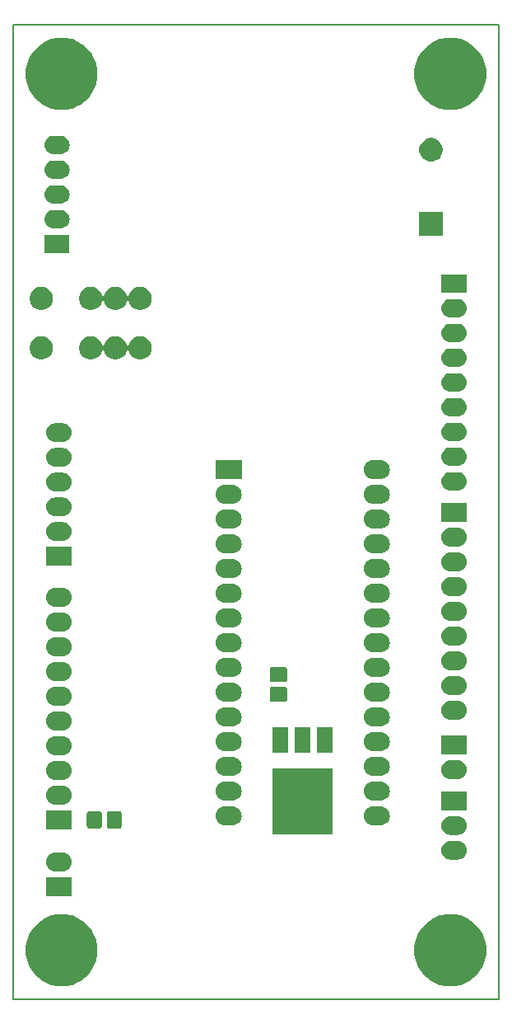
<source format=gbs>
G04 #@! TF.GenerationSoftware,KiCad,Pcbnew,(5.1.5)-3*
G04 #@! TF.CreationDate,2020-05-10T11:41:14+02:00*
G04 #@! TF.ProjectId,Mentor,4d656e74-6f72-42e6-9b69-6361645f7063,rev?*
G04 #@! TF.SameCoordinates,Original*
G04 #@! TF.FileFunction,Soldermask,Bot*
G04 #@! TF.FilePolarity,Negative*
%FSLAX46Y46*%
G04 Gerber Fmt 4.6, Leading zero omitted, Abs format (unit mm)*
G04 Created by KiCad (PCBNEW (5.1.5)-3) date 2020-05-10 11:41:14*
%MOMM*%
%LPD*%
G04 APERTURE LIST*
%ADD10C,0.150000*%
%ADD11C,0.100000*%
G04 APERTURE END LIST*
D10*
X92000000Y-26000000D02*
X92000000Y-126000000D01*
X42000000Y-126000000D02*
X42000000Y-26000000D01*
X42000000Y-26000000D02*
X92000000Y-26000000D01*
X42000000Y-126000000D02*
X92000000Y-126000000D01*
D11*
G36*
X88079249Y-117442188D02*
G01*
X88752606Y-117721101D01*
X88752607Y-117721102D01*
X89358613Y-118126022D01*
X89873978Y-118641387D01*
X90144537Y-119046308D01*
X90278899Y-119247394D01*
X90557812Y-119920751D01*
X90700000Y-120635580D01*
X90700000Y-121364420D01*
X90557812Y-122079249D01*
X90278899Y-122752606D01*
X90278898Y-122752607D01*
X89873978Y-123358613D01*
X89358613Y-123873978D01*
X88953692Y-124144537D01*
X88752606Y-124278899D01*
X88079249Y-124557812D01*
X87364420Y-124700000D01*
X86635580Y-124700000D01*
X85920751Y-124557812D01*
X85247394Y-124278899D01*
X85046308Y-124144537D01*
X84641387Y-123873978D01*
X84126022Y-123358613D01*
X83721102Y-122752607D01*
X83721101Y-122752606D01*
X83442188Y-122079249D01*
X83300000Y-121364420D01*
X83300000Y-120635580D01*
X83442188Y-119920751D01*
X83721101Y-119247394D01*
X83855463Y-119046308D01*
X84126022Y-118641387D01*
X84641387Y-118126022D01*
X85247393Y-117721102D01*
X85247394Y-117721101D01*
X85920751Y-117442188D01*
X86635580Y-117300000D01*
X87364420Y-117300000D01*
X88079249Y-117442188D01*
G37*
G36*
X48079249Y-117442188D02*
G01*
X48752606Y-117721101D01*
X48752607Y-117721102D01*
X49358613Y-118126022D01*
X49873978Y-118641387D01*
X50144537Y-119046308D01*
X50278899Y-119247394D01*
X50557812Y-119920751D01*
X50700000Y-120635580D01*
X50700000Y-121364420D01*
X50557812Y-122079249D01*
X50278899Y-122752606D01*
X50278898Y-122752607D01*
X49873978Y-123358613D01*
X49358613Y-123873978D01*
X48953692Y-124144537D01*
X48752606Y-124278899D01*
X48079249Y-124557812D01*
X47364420Y-124700000D01*
X46635580Y-124700000D01*
X45920751Y-124557812D01*
X45247394Y-124278899D01*
X45046308Y-124144537D01*
X44641387Y-123873978D01*
X44126022Y-123358613D01*
X43721102Y-122752607D01*
X43721101Y-122752606D01*
X43442188Y-122079249D01*
X43300000Y-121364420D01*
X43300000Y-120635580D01*
X43442188Y-119920751D01*
X43721101Y-119247394D01*
X43855463Y-119046308D01*
X44126022Y-118641387D01*
X44641387Y-118126022D01*
X45247393Y-117721102D01*
X45247394Y-117721101D01*
X45920751Y-117442188D01*
X46635580Y-117300000D01*
X47364420Y-117300000D01*
X48079249Y-117442188D01*
G37*
G36*
X48022350Y-115432000D02*
G01*
X45425250Y-115432000D01*
X45425250Y-113508000D01*
X48022350Y-113508000D01*
X48022350Y-115432000D01*
G37*
G36*
X47248933Y-110981919D02*
G01*
X47430275Y-111036929D01*
X47597393Y-111126256D01*
X47743878Y-111246472D01*
X47864094Y-111392957D01*
X47953421Y-111560075D01*
X48008431Y-111741417D01*
X48027004Y-111930000D01*
X48008431Y-112118583D01*
X47953421Y-112299925D01*
X47864094Y-112467043D01*
X47743878Y-112613528D01*
X47597393Y-112733744D01*
X47430275Y-112823071D01*
X47248933Y-112878081D01*
X47107607Y-112892000D01*
X46339993Y-112892000D01*
X46198667Y-112878081D01*
X46017325Y-112823071D01*
X45850207Y-112733744D01*
X45703722Y-112613528D01*
X45583506Y-112467043D01*
X45494179Y-112299925D01*
X45439169Y-112118583D01*
X45420596Y-111930000D01*
X45439169Y-111741417D01*
X45494179Y-111560075D01*
X45583506Y-111392957D01*
X45703722Y-111246472D01*
X45850207Y-111126256D01*
X46017325Y-111036929D01*
X46198667Y-110981919D01*
X46339993Y-110968000D01*
X47107607Y-110968000D01*
X47248933Y-110981919D01*
G37*
G36*
X87901333Y-109791919D02*
G01*
X88082675Y-109846929D01*
X88249793Y-109936256D01*
X88396278Y-110056472D01*
X88516494Y-110202957D01*
X88605821Y-110370075D01*
X88660831Y-110551417D01*
X88679404Y-110740000D01*
X88660831Y-110928583D01*
X88605821Y-111109925D01*
X88516494Y-111277043D01*
X88396278Y-111423528D01*
X88249793Y-111543744D01*
X88082675Y-111633071D01*
X87901333Y-111688081D01*
X87760007Y-111702000D01*
X86992393Y-111702000D01*
X86851067Y-111688081D01*
X86669725Y-111633071D01*
X86502607Y-111543744D01*
X86356122Y-111423528D01*
X86235906Y-111277043D01*
X86146579Y-111109925D01*
X86091569Y-110928583D01*
X86072996Y-110740000D01*
X86091569Y-110551417D01*
X86146579Y-110370075D01*
X86235906Y-110202957D01*
X86356122Y-110056472D01*
X86502607Y-109936256D01*
X86669725Y-109846929D01*
X86851067Y-109791919D01*
X86992393Y-109778000D01*
X87760007Y-109778000D01*
X87901333Y-109791919D01*
G37*
G36*
X87901333Y-107251919D02*
G01*
X88082675Y-107306929D01*
X88249793Y-107396256D01*
X88396278Y-107516472D01*
X88516494Y-107662957D01*
X88605821Y-107830075D01*
X88660831Y-108011417D01*
X88679404Y-108200000D01*
X88660831Y-108388583D01*
X88605821Y-108569925D01*
X88516494Y-108737043D01*
X88396278Y-108883528D01*
X88249793Y-109003744D01*
X88082675Y-109093071D01*
X87901333Y-109148081D01*
X87760007Y-109162000D01*
X86992393Y-109162000D01*
X86851067Y-109148081D01*
X86669725Y-109093071D01*
X86502607Y-109003744D01*
X86356122Y-108883528D01*
X86235906Y-108737043D01*
X86146579Y-108569925D01*
X86091569Y-108388583D01*
X86072996Y-108200000D01*
X86091569Y-108011417D01*
X86146579Y-107830075D01*
X86235906Y-107662957D01*
X86356122Y-107516472D01*
X86502607Y-107396256D01*
X86669725Y-107306929D01*
X86851067Y-107251919D01*
X86992393Y-107238000D01*
X87760007Y-107238000D01*
X87901333Y-107251919D01*
G37*
G36*
X74900000Y-109100000D02*
G01*
X68700000Y-109100000D01*
X68700000Y-102300000D01*
X74900000Y-102300000D01*
X74900000Y-109100000D01*
G37*
G36*
X48022350Y-108592000D02*
G01*
X45425250Y-108592000D01*
X45425250Y-106668000D01*
X48022350Y-106668000D01*
X48022350Y-108592000D01*
G37*
G36*
X52985529Y-106705710D02*
G01*
X53035378Y-106720831D01*
X53081310Y-106745382D01*
X53121574Y-106778426D01*
X53154618Y-106818690D01*
X53179169Y-106864622D01*
X53194290Y-106914471D01*
X53200000Y-106972444D01*
X53200000Y-108227556D01*
X53194290Y-108285529D01*
X53179169Y-108335378D01*
X53154618Y-108381310D01*
X53121574Y-108421574D01*
X53081310Y-108454618D01*
X53035378Y-108479169D01*
X52985529Y-108494290D01*
X52927556Y-108500000D01*
X51922444Y-108500000D01*
X51864471Y-108494290D01*
X51814622Y-108479169D01*
X51768690Y-108454618D01*
X51728426Y-108421574D01*
X51695382Y-108381310D01*
X51670831Y-108335378D01*
X51655710Y-108285529D01*
X51650000Y-108227556D01*
X51650000Y-106972444D01*
X51655710Y-106914471D01*
X51670831Y-106864622D01*
X51695382Y-106818690D01*
X51728426Y-106778426D01*
X51768690Y-106745382D01*
X51814622Y-106720831D01*
X51864471Y-106705710D01*
X51922444Y-106700000D01*
X52927556Y-106700000D01*
X52985529Y-106705710D01*
G37*
G36*
X50935529Y-106705710D02*
G01*
X50985378Y-106720831D01*
X51031310Y-106745382D01*
X51071574Y-106778426D01*
X51104618Y-106818690D01*
X51129169Y-106864622D01*
X51144290Y-106914471D01*
X51150000Y-106972444D01*
X51150000Y-108227556D01*
X51144290Y-108285529D01*
X51129169Y-108335378D01*
X51104618Y-108381310D01*
X51071574Y-108421574D01*
X51031310Y-108454618D01*
X50985378Y-108479169D01*
X50935529Y-108494290D01*
X50877556Y-108500000D01*
X49872444Y-108500000D01*
X49814471Y-108494290D01*
X49764622Y-108479169D01*
X49718690Y-108454618D01*
X49678426Y-108421574D01*
X49645382Y-108381310D01*
X49620831Y-108335378D01*
X49605710Y-108285529D01*
X49600000Y-108227556D01*
X49600000Y-106972444D01*
X49605710Y-106914471D01*
X49620831Y-106864622D01*
X49645382Y-106818690D01*
X49678426Y-106778426D01*
X49718690Y-106745382D01*
X49764622Y-106720831D01*
X49814471Y-106705710D01*
X49872444Y-106700000D01*
X50877556Y-106700000D01*
X50935529Y-106705710D01*
G37*
G36*
X79872457Y-106227362D02*
G01*
X79969164Y-106236887D01*
X80155290Y-106293348D01*
X80155292Y-106293349D01*
X80326823Y-106385034D01*
X80477176Y-106508424D01*
X80600566Y-106658777D01*
X80675352Y-106798692D01*
X80692252Y-106830310D01*
X80748713Y-107016436D01*
X80767777Y-107210000D01*
X80748713Y-107403564D01*
X80692252Y-107589690D01*
X80692251Y-107589692D01*
X80600566Y-107761223D01*
X80477176Y-107911576D01*
X80326823Y-108034966D01*
X80155292Y-108126651D01*
X80155290Y-108126652D01*
X79969164Y-108183113D01*
X79872457Y-108192638D01*
X79824104Y-108197400D01*
X79015896Y-108197400D01*
X78967543Y-108192638D01*
X78870836Y-108183113D01*
X78684710Y-108126652D01*
X78684708Y-108126651D01*
X78513177Y-108034966D01*
X78362824Y-107911576D01*
X78239434Y-107761223D01*
X78147749Y-107589692D01*
X78147748Y-107589690D01*
X78091287Y-107403564D01*
X78072223Y-107210000D01*
X78091287Y-107016436D01*
X78147748Y-106830310D01*
X78164648Y-106798692D01*
X78239434Y-106658777D01*
X78362824Y-106508424D01*
X78513177Y-106385034D01*
X78684708Y-106293349D01*
X78684710Y-106293348D01*
X78870836Y-106236887D01*
X78967543Y-106227362D01*
X79015896Y-106222600D01*
X79824104Y-106222600D01*
X79872457Y-106227362D01*
G37*
G36*
X64632457Y-106227362D02*
G01*
X64729164Y-106236887D01*
X64915290Y-106293348D01*
X64915292Y-106293349D01*
X65086823Y-106385034D01*
X65237176Y-106508424D01*
X65360566Y-106658777D01*
X65435352Y-106798692D01*
X65452252Y-106830310D01*
X65508713Y-107016436D01*
X65527777Y-107210000D01*
X65508713Y-107403564D01*
X65452252Y-107589690D01*
X65452251Y-107589692D01*
X65360566Y-107761223D01*
X65237176Y-107911576D01*
X65086823Y-108034966D01*
X64915292Y-108126651D01*
X64915290Y-108126652D01*
X64729164Y-108183113D01*
X64632457Y-108192638D01*
X64584104Y-108197400D01*
X63775896Y-108197400D01*
X63727543Y-108192638D01*
X63630836Y-108183113D01*
X63444710Y-108126652D01*
X63444708Y-108126651D01*
X63273177Y-108034966D01*
X63122824Y-107911576D01*
X62999434Y-107761223D01*
X62907749Y-107589692D01*
X62907748Y-107589690D01*
X62851287Y-107403564D01*
X62832223Y-107210000D01*
X62851287Y-107016436D01*
X62907748Y-106830310D01*
X62924648Y-106798692D01*
X62999434Y-106658777D01*
X63122824Y-106508424D01*
X63273177Y-106385034D01*
X63444708Y-106293349D01*
X63444710Y-106293348D01*
X63630836Y-106236887D01*
X63727543Y-106227362D01*
X63775896Y-106222600D01*
X64584104Y-106222600D01*
X64632457Y-106227362D01*
G37*
G36*
X88674750Y-106622000D02*
G01*
X86077650Y-106622000D01*
X86077650Y-104698000D01*
X88674750Y-104698000D01*
X88674750Y-106622000D01*
G37*
G36*
X47248933Y-104141919D02*
G01*
X47430275Y-104196929D01*
X47597393Y-104286256D01*
X47743878Y-104406472D01*
X47864094Y-104552957D01*
X47953421Y-104720075D01*
X48008431Y-104901417D01*
X48027004Y-105090000D01*
X48008431Y-105278583D01*
X47953421Y-105459925D01*
X47864094Y-105627043D01*
X47743878Y-105773528D01*
X47597393Y-105893744D01*
X47430275Y-105983071D01*
X47248933Y-106038081D01*
X47107607Y-106052000D01*
X46339993Y-106052000D01*
X46198667Y-106038081D01*
X46017325Y-105983071D01*
X45850207Y-105893744D01*
X45703722Y-105773528D01*
X45583506Y-105627043D01*
X45494179Y-105459925D01*
X45439169Y-105278583D01*
X45420596Y-105090000D01*
X45439169Y-104901417D01*
X45494179Y-104720075D01*
X45583506Y-104552957D01*
X45703722Y-104406472D01*
X45850207Y-104286256D01*
X46017325Y-104196929D01*
X46198667Y-104141919D01*
X46339993Y-104128000D01*
X47107607Y-104128000D01*
X47248933Y-104141919D01*
G37*
G36*
X64632457Y-103687362D02*
G01*
X64729164Y-103696887D01*
X64915290Y-103753348D01*
X64915292Y-103753349D01*
X65086823Y-103845034D01*
X65237176Y-103968424D01*
X65360566Y-104118777D01*
X65372936Y-104141920D01*
X65452252Y-104290310D01*
X65508713Y-104476436D01*
X65527777Y-104670000D01*
X65508713Y-104863564D01*
X65497230Y-104901417D01*
X65452251Y-105049692D01*
X65360566Y-105221223D01*
X65237176Y-105371576D01*
X65086823Y-105494966D01*
X64915292Y-105586651D01*
X64915290Y-105586652D01*
X64729164Y-105643113D01*
X64632457Y-105652638D01*
X64584104Y-105657400D01*
X63775896Y-105657400D01*
X63727543Y-105652638D01*
X63630836Y-105643113D01*
X63444710Y-105586652D01*
X63444708Y-105586651D01*
X63273177Y-105494966D01*
X63122824Y-105371576D01*
X62999434Y-105221223D01*
X62907749Y-105049692D01*
X62862770Y-104901417D01*
X62851287Y-104863564D01*
X62832223Y-104670000D01*
X62851287Y-104476436D01*
X62907748Y-104290310D01*
X62987064Y-104141920D01*
X62999434Y-104118777D01*
X63122824Y-103968424D01*
X63273177Y-103845034D01*
X63444708Y-103753349D01*
X63444710Y-103753348D01*
X63630836Y-103696887D01*
X63727543Y-103687362D01*
X63775896Y-103682600D01*
X64584104Y-103682600D01*
X64632457Y-103687362D01*
G37*
G36*
X79872457Y-103687362D02*
G01*
X79969164Y-103696887D01*
X80155290Y-103753348D01*
X80155292Y-103753349D01*
X80326823Y-103845034D01*
X80477176Y-103968424D01*
X80600566Y-104118777D01*
X80612936Y-104141920D01*
X80692252Y-104290310D01*
X80748713Y-104476436D01*
X80767777Y-104670000D01*
X80748713Y-104863564D01*
X80737230Y-104901417D01*
X80692251Y-105049692D01*
X80600566Y-105221223D01*
X80477176Y-105371576D01*
X80326823Y-105494966D01*
X80155292Y-105586651D01*
X80155290Y-105586652D01*
X79969164Y-105643113D01*
X79872457Y-105652638D01*
X79824104Y-105657400D01*
X79015896Y-105657400D01*
X78967543Y-105652638D01*
X78870836Y-105643113D01*
X78684710Y-105586652D01*
X78684708Y-105586651D01*
X78513177Y-105494966D01*
X78362824Y-105371576D01*
X78239434Y-105221223D01*
X78147749Y-105049692D01*
X78102770Y-104901417D01*
X78091287Y-104863564D01*
X78072223Y-104670000D01*
X78091287Y-104476436D01*
X78147748Y-104290310D01*
X78227064Y-104141920D01*
X78239434Y-104118777D01*
X78362824Y-103968424D01*
X78513177Y-103845034D01*
X78684708Y-103753349D01*
X78684710Y-103753348D01*
X78870836Y-103696887D01*
X78967543Y-103687362D01*
X79015896Y-103682600D01*
X79824104Y-103682600D01*
X79872457Y-103687362D01*
G37*
G36*
X47248933Y-101601919D02*
G01*
X47430275Y-101656929D01*
X47597393Y-101746256D01*
X47743878Y-101866472D01*
X47864094Y-102012957D01*
X47953421Y-102180075D01*
X48008431Y-102361417D01*
X48027004Y-102550000D01*
X48008431Y-102738583D01*
X47953421Y-102919925D01*
X47864094Y-103087043D01*
X47743878Y-103233528D01*
X47597393Y-103353744D01*
X47430275Y-103443071D01*
X47248933Y-103498081D01*
X47107607Y-103512000D01*
X46339993Y-103512000D01*
X46198667Y-103498081D01*
X46017325Y-103443071D01*
X45850207Y-103353744D01*
X45703722Y-103233528D01*
X45583506Y-103087043D01*
X45494179Y-102919925D01*
X45439169Y-102738583D01*
X45420596Y-102550000D01*
X45439169Y-102361417D01*
X45494179Y-102180075D01*
X45583506Y-102012957D01*
X45703722Y-101866472D01*
X45850207Y-101746256D01*
X46017325Y-101656929D01*
X46198667Y-101601919D01*
X46339993Y-101588000D01*
X47107607Y-101588000D01*
X47248933Y-101601919D01*
G37*
G36*
X87901333Y-101521919D02*
G01*
X88082675Y-101576929D01*
X88249793Y-101666256D01*
X88396278Y-101786472D01*
X88516494Y-101932957D01*
X88605821Y-102100075D01*
X88660831Y-102281417D01*
X88679404Y-102470000D01*
X88660831Y-102658583D01*
X88605821Y-102839925D01*
X88516494Y-103007043D01*
X88396278Y-103153528D01*
X88249793Y-103273744D01*
X88082675Y-103363071D01*
X87901333Y-103418081D01*
X87760007Y-103432000D01*
X86992393Y-103432000D01*
X86851067Y-103418081D01*
X86669725Y-103363071D01*
X86502607Y-103273744D01*
X86356122Y-103153528D01*
X86235906Y-103007043D01*
X86146579Y-102839925D01*
X86091569Y-102658583D01*
X86072996Y-102470000D01*
X86091569Y-102281417D01*
X86146579Y-102100075D01*
X86235906Y-101932957D01*
X86356122Y-101786472D01*
X86502607Y-101666256D01*
X86669725Y-101576929D01*
X86851067Y-101521919D01*
X86992393Y-101508000D01*
X87760007Y-101508000D01*
X87901333Y-101521919D01*
G37*
G36*
X79872457Y-101147362D02*
G01*
X79969164Y-101156887D01*
X80155290Y-101213348D01*
X80155292Y-101213349D01*
X80326823Y-101305034D01*
X80477176Y-101428424D01*
X80600566Y-101578777D01*
X80612936Y-101601920D01*
X80692252Y-101750310D01*
X80748713Y-101936436D01*
X80767777Y-102130000D01*
X80748713Y-102323564D01*
X80692252Y-102509690D01*
X80692251Y-102509692D01*
X80600566Y-102681223D01*
X80477176Y-102831576D01*
X80326823Y-102954966D01*
X80155292Y-103046651D01*
X80155290Y-103046652D01*
X79969164Y-103103113D01*
X79872457Y-103112638D01*
X79824104Y-103117400D01*
X79015896Y-103117400D01*
X78967543Y-103112638D01*
X78870836Y-103103113D01*
X78684710Y-103046652D01*
X78684708Y-103046651D01*
X78513177Y-102954966D01*
X78362824Y-102831576D01*
X78239434Y-102681223D01*
X78147749Y-102509692D01*
X78147748Y-102509690D01*
X78091287Y-102323564D01*
X78072223Y-102130000D01*
X78091287Y-101936436D01*
X78147748Y-101750310D01*
X78227064Y-101601920D01*
X78239434Y-101578777D01*
X78362824Y-101428424D01*
X78513177Y-101305034D01*
X78684708Y-101213349D01*
X78684710Y-101213348D01*
X78870836Y-101156887D01*
X78967543Y-101147362D01*
X79015896Y-101142600D01*
X79824104Y-101142600D01*
X79872457Y-101147362D01*
G37*
G36*
X64632457Y-101147362D02*
G01*
X64729164Y-101156887D01*
X64915290Y-101213348D01*
X64915292Y-101213349D01*
X65086823Y-101305034D01*
X65237176Y-101428424D01*
X65360566Y-101578777D01*
X65372936Y-101601920D01*
X65452252Y-101750310D01*
X65508713Y-101936436D01*
X65527777Y-102130000D01*
X65508713Y-102323564D01*
X65452252Y-102509690D01*
X65452251Y-102509692D01*
X65360566Y-102681223D01*
X65237176Y-102831576D01*
X65086823Y-102954966D01*
X64915292Y-103046651D01*
X64915290Y-103046652D01*
X64729164Y-103103113D01*
X64632457Y-103112638D01*
X64584104Y-103117400D01*
X63775896Y-103117400D01*
X63727543Y-103112638D01*
X63630836Y-103103113D01*
X63444710Y-103046652D01*
X63444708Y-103046651D01*
X63273177Y-102954966D01*
X63122824Y-102831576D01*
X62999434Y-102681223D01*
X62907749Y-102509692D01*
X62907748Y-102509690D01*
X62851287Y-102323564D01*
X62832223Y-102130000D01*
X62851287Y-101936436D01*
X62907748Y-101750310D01*
X62987064Y-101601920D01*
X62999434Y-101578777D01*
X63122824Y-101428424D01*
X63273177Y-101305034D01*
X63444708Y-101213349D01*
X63444710Y-101213348D01*
X63630836Y-101156887D01*
X63727543Y-101147362D01*
X63775896Y-101142600D01*
X64584104Y-101142600D01*
X64632457Y-101147362D01*
G37*
G36*
X47248933Y-99061919D02*
G01*
X47430275Y-99116929D01*
X47597393Y-99206256D01*
X47743878Y-99326472D01*
X47864094Y-99472957D01*
X47953421Y-99640075D01*
X48008431Y-99821417D01*
X48027004Y-100010000D01*
X48008431Y-100198583D01*
X47953421Y-100379925D01*
X47864094Y-100547043D01*
X47743878Y-100693528D01*
X47597393Y-100813744D01*
X47430275Y-100903071D01*
X47248933Y-100958081D01*
X47107607Y-100972000D01*
X46339993Y-100972000D01*
X46198667Y-100958081D01*
X46017325Y-100903071D01*
X45850207Y-100813744D01*
X45703722Y-100693528D01*
X45583506Y-100547043D01*
X45494179Y-100379925D01*
X45439169Y-100198583D01*
X45420596Y-100010000D01*
X45439169Y-99821417D01*
X45494179Y-99640075D01*
X45583506Y-99472957D01*
X45703722Y-99326472D01*
X45850207Y-99206256D01*
X46017325Y-99116929D01*
X46198667Y-99061919D01*
X46339993Y-99048000D01*
X47107607Y-99048000D01*
X47248933Y-99061919D01*
G37*
G36*
X88674750Y-100892000D02*
G01*
X86077650Y-100892000D01*
X86077650Y-98968000D01*
X88674750Y-98968000D01*
X88674750Y-100892000D01*
G37*
G36*
X72600000Y-100700000D02*
G01*
X71000000Y-100700000D01*
X71000000Y-98100000D01*
X72600000Y-98100000D01*
X72600000Y-100700000D01*
G37*
G36*
X70320000Y-100700000D02*
G01*
X68720000Y-100700000D01*
X68720000Y-98100000D01*
X70320000Y-98100000D01*
X70320000Y-100700000D01*
G37*
G36*
X74880000Y-100700000D02*
G01*
X73280000Y-100700000D01*
X73280000Y-98100000D01*
X74880000Y-98100000D01*
X74880000Y-100700000D01*
G37*
G36*
X79872457Y-98607362D02*
G01*
X79969164Y-98616887D01*
X80155290Y-98673348D01*
X80155292Y-98673349D01*
X80326823Y-98765034D01*
X80477176Y-98888424D01*
X80600566Y-99038777D01*
X80612936Y-99061920D01*
X80692252Y-99210310D01*
X80748713Y-99396436D01*
X80767777Y-99590000D01*
X80748713Y-99783564D01*
X80737230Y-99821417D01*
X80692251Y-99969692D01*
X80600566Y-100141223D01*
X80477176Y-100291576D01*
X80326823Y-100414966D01*
X80155292Y-100506651D01*
X80155290Y-100506652D01*
X79969164Y-100563113D01*
X79872457Y-100572638D01*
X79824104Y-100577400D01*
X79015896Y-100577400D01*
X78967543Y-100572638D01*
X78870836Y-100563113D01*
X78684710Y-100506652D01*
X78684708Y-100506651D01*
X78513177Y-100414966D01*
X78362824Y-100291576D01*
X78239434Y-100141223D01*
X78147749Y-99969692D01*
X78102770Y-99821417D01*
X78091287Y-99783564D01*
X78072223Y-99590000D01*
X78091287Y-99396436D01*
X78147748Y-99210310D01*
X78227064Y-99061920D01*
X78239434Y-99038777D01*
X78362824Y-98888424D01*
X78513177Y-98765034D01*
X78684708Y-98673349D01*
X78684710Y-98673348D01*
X78870836Y-98616887D01*
X78967543Y-98607362D01*
X79015896Y-98602600D01*
X79824104Y-98602600D01*
X79872457Y-98607362D01*
G37*
G36*
X64632457Y-98607362D02*
G01*
X64729164Y-98616887D01*
X64915290Y-98673348D01*
X64915292Y-98673349D01*
X65086823Y-98765034D01*
X65237176Y-98888424D01*
X65360566Y-99038777D01*
X65372936Y-99061920D01*
X65452252Y-99210310D01*
X65508713Y-99396436D01*
X65527777Y-99590000D01*
X65508713Y-99783564D01*
X65497230Y-99821417D01*
X65452251Y-99969692D01*
X65360566Y-100141223D01*
X65237176Y-100291576D01*
X65086823Y-100414966D01*
X64915292Y-100506651D01*
X64915290Y-100506652D01*
X64729164Y-100563113D01*
X64632457Y-100572638D01*
X64584104Y-100577400D01*
X63775896Y-100577400D01*
X63727543Y-100572638D01*
X63630836Y-100563113D01*
X63444710Y-100506652D01*
X63444708Y-100506651D01*
X63273177Y-100414966D01*
X63122824Y-100291576D01*
X62999434Y-100141223D01*
X62907749Y-99969692D01*
X62862770Y-99821417D01*
X62851287Y-99783564D01*
X62832223Y-99590000D01*
X62851287Y-99396436D01*
X62907748Y-99210310D01*
X62987064Y-99061920D01*
X62999434Y-99038777D01*
X63122824Y-98888424D01*
X63273177Y-98765034D01*
X63444708Y-98673349D01*
X63444710Y-98673348D01*
X63630836Y-98616887D01*
X63727543Y-98607362D01*
X63775896Y-98602600D01*
X64584104Y-98602600D01*
X64632457Y-98607362D01*
G37*
G36*
X47248933Y-96521919D02*
G01*
X47430275Y-96576929D01*
X47597393Y-96666256D01*
X47743878Y-96786472D01*
X47864094Y-96932957D01*
X47953421Y-97100075D01*
X48008431Y-97281417D01*
X48027004Y-97470000D01*
X48008431Y-97658583D01*
X47953421Y-97839925D01*
X47864094Y-98007043D01*
X47743878Y-98153528D01*
X47597393Y-98273744D01*
X47430275Y-98363071D01*
X47248933Y-98418081D01*
X47107607Y-98432000D01*
X46339993Y-98432000D01*
X46198667Y-98418081D01*
X46017325Y-98363071D01*
X45850207Y-98273744D01*
X45703722Y-98153528D01*
X45583506Y-98007043D01*
X45494179Y-97839925D01*
X45439169Y-97658583D01*
X45420596Y-97470000D01*
X45439169Y-97281417D01*
X45494179Y-97100075D01*
X45583506Y-96932957D01*
X45703722Y-96786472D01*
X45850207Y-96666256D01*
X46017325Y-96576929D01*
X46198667Y-96521919D01*
X46339993Y-96508000D01*
X47107607Y-96508000D01*
X47248933Y-96521919D01*
G37*
G36*
X64632457Y-96067362D02*
G01*
X64729164Y-96076887D01*
X64915290Y-96133348D01*
X64915292Y-96133349D01*
X65086823Y-96225034D01*
X65237176Y-96348424D01*
X65360566Y-96498777D01*
X65387189Y-96548585D01*
X65452252Y-96670310D01*
X65508713Y-96856436D01*
X65527777Y-97050000D01*
X65508713Y-97243564D01*
X65452252Y-97429690D01*
X65452251Y-97429692D01*
X65360566Y-97601223D01*
X65237176Y-97751576D01*
X65086823Y-97874966D01*
X64915292Y-97966651D01*
X64915290Y-97966652D01*
X64729164Y-98023113D01*
X64632457Y-98032638D01*
X64584104Y-98037400D01*
X63775896Y-98037400D01*
X63727543Y-98032638D01*
X63630836Y-98023113D01*
X63444710Y-97966652D01*
X63444708Y-97966651D01*
X63273177Y-97874966D01*
X63122824Y-97751576D01*
X62999434Y-97601223D01*
X62907749Y-97429692D01*
X62907748Y-97429690D01*
X62851287Y-97243564D01*
X62832223Y-97050000D01*
X62851287Y-96856436D01*
X62907748Y-96670310D01*
X62972811Y-96548585D01*
X62999434Y-96498777D01*
X63122824Y-96348424D01*
X63273177Y-96225034D01*
X63444708Y-96133349D01*
X63444710Y-96133348D01*
X63630836Y-96076887D01*
X63727543Y-96067362D01*
X63775896Y-96062600D01*
X64584104Y-96062600D01*
X64632457Y-96067362D01*
G37*
G36*
X79872457Y-96067362D02*
G01*
X79969164Y-96076887D01*
X80155290Y-96133348D01*
X80155292Y-96133349D01*
X80326823Y-96225034D01*
X80477176Y-96348424D01*
X80600566Y-96498777D01*
X80627189Y-96548585D01*
X80692252Y-96670310D01*
X80748713Y-96856436D01*
X80767777Y-97050000D01*
X80748713Y-97243564D01*
X80692252Y-97429690D01*
X80692251Y-97429692D01*
X80600566Y-97601223D01*
X80477176Y-97751576D01*
X80326823Y-97874966D01*
X80155292Y-97966651D01*
X80155290Y-97966652D01*
X79969164Y-98023113D01*
X79872457Y-98032638D01*
X79824104Y-98037400D01*
X79015896Y-98037400D01*
X78967543Y-98032638D01*
X78870836Y-98023113D01*
X78684710Y-97966652D01*
X78684708Y-97966651D01*
X78513177Y-97874966D01*
X78362824Y-97751576D01*
X78239434Y-97601223D01*
X78147749Y-97429692D01*
X78147748Y-97429690D01*
X78091287Y-97243564D01*
X78072223Y-97050000D01*
X78091287Y-96856436D01*
X78147748Y-96670310D01*
X78212811Y-96548585D01*
X78239434Y-96498777D01*
X78362824Y-96348424D01*
X78513177Y-96225034D01*
X78684708Y-96133349D01*
X78684710Y-96133348D01*
X78870836Y-96076887D01*
X78967543Y-96067362D01*
X79015896Y-96062600D01*
X79824104Y-96062600D01*
X79872457Y-96067362D01*
G37*
G36*
X87901333Y-95411919D02*
G01*
X88082675Y-95466929D01*
X88249793Y-95556256D01*
X88396278Y-95676472D01*
X88516494Y-95822957D01*
X88605821Y-95990075D01*
X88660831Y-96171417D01*
X88679404Y-96360000D01*
X88660831Y-96548583D01*
X88605821Y-96729925D01*
X88516494Y-96897043D01*
X88396278Y-97043528D01*
X88249793Y-97163744D01*
X88082675Y-97253071D01*
X87901333Y-97308081D01*
X87760007Y-97322000D01*
X86992393Y-97322000D01*
X86851067Y-97308081D01*
X86669725Y-97253071D01*
X86502607Y-97163744D01*
X86356122Y-97043528D01*
X86235906Y-96897043D01*
X86146579Y-96729925D01*
X86091569Y-96548583D01*
X86072996Y-96360000D01*
X86091569Y-96171417D01*
X86146579Y-95990075D01*
X86235906Y-95822957D01*
X86356122Y-95676472D01*
X86502607Y-95556256D01*
X86669725Y-95466929D01*
X86851067Y-95411919D01*
X86992393Y-95398000D01*
X87760007Y-95398000D01*
X87901333Y-95411919D01*
G37*
G36*
X47248933Y-93981919D02*
G01*
X47430275Y-94036929D01*
X47597393Y-94126256D01*
X47743878Y-94246472D01*
X47864094Y-94392957D01*
X47953421Y-94560075D01*
X48008431Y-94741417D01*
X48027004Y-94930000D01*
X48008431Y-95118583D01*
X47953421Y-95299925D01*
X47864094Y-95467043D01*
X47743878Y-95613528D01*
X47597393Y-95733744D01*
X47430275Y-95823071D01*
X47248933Y-95878081D01*
X47107607Y-95892000D01*
X46339993Y-95892000D01*
X46198667Y-95878081D01*
X46017325Y-95823071D01*
X45850207Y-95733744D01*
X45703722Y-95613528D01*
X45583506Y-95467043D01*
X45494179Y-95299925D01*
X45439169Y-95118583D01*
X45420596Y-94930000D01*
X45439169Y-94741417D01*
X45494179Y-94560075D01*
X45583506Y-94392957D01*
X45703722Y-94246472D01*
X45850207Y-94126256D01*
X46017325Y-94036929D01*
X46198667Y-93981919D01*
X46339993Y-93968000D01*
X47107607Y-93968000D01*
X47248933Y-93981919D01*
G37*
G36*
X69985529Y-93955710D02*
G01*
X70035378Y-93970831D01*
X70081310Y-93995382D01*
X70121574Y-94028426D01*
X70154618Y-94068690D01*
X70179169Y-94114622D01*
X70194290Y-94164471D01*
X70200000Y-94222444D01*
X70200000Y-95227556D01*
X70194290Y-95285529D01*
X70179169Y-95335378D01*
X70154618Y-95381310D01*
X70121574Y-95421574D01*
X70081310Y-95454618D01*
X70035378Y-95479169D01*
X69985529Y-95494290D01*
X69927556Y-95500000D01*
X68672444Y-95500000D01*
X68614471Y-95494290D01*
X68564622Y-95479169D01*
X68518690Y-95454618D01*
X68478426Y-95421574D01*
X68445382Y-95381310D01*
X68420831Y-95335378D01*
X68405710Y-95285529D01*
X68400000Y-95227556D01*
X68400000Y-94222444D01*
X68405710Y-94164471D01*
X68420831Y-94114622D01*
X68445382Y-94068690D01*
X68478426Y-94028426D01*
X68518690Y-93995382D01*
X68564622Y-93970831D01*
X68614471Y-93955710D01*
X68672444Y-93950000D01*
X69927556Y-93950000D01*
X69985529Y-93955710D01*
G37*
G36*
X79872457Y-93527362D02*
G01*
X79969164Y-93536887D01*
X80155290Y-93593348D01*
X80155292Y-93593349D01*
X80326823Y-93685034D01*
X80477176Y-93808424D01*
X80600566Y-93958777D01*
X80675919Y-94099753D01*
X80692252Y-94130310D01*
X80748713Y-94316436D01*
X80767777Y-94510000D01*
X80748713Y-94703564D01*
X80692252Y-94889690D01*
X80692251Y-94889692D01*
X80600566Y-95061223D01*
X80477176Y-95211576D01*
X80326823Y-95334966D01*
X80182852Y-95411920D01*
X80155290Y-95426652D01*
X79969164Y-95483113D01*
X79872457Y-95492638D01*
X79824104Y-95497400D01*
X79015896Y-95497400D01*
X78967543Y-95492638D01*
X78870836Y-95483113D01*
X78684710Y-95426652D01*
X78657148Y-95411920D01*
X78513177Y-95334966D01*
X78362824Y-95211576D01*
X78239434Y-95061223D01*
X78147749Y-94889692D01*
X78147748Y-94889690D01*
X78091287Y-94703564D01*
X78072223Y-94510000D01*
X78091287Y-94316436D01*
X78147748Y-94130310D01*
X78164081Y-94099753D01*
X78239434Y-93958777D01*
X78362824Y-93808424D01*
X78513177Y-93685034D01*
X78684708Y-93593349D01*
X78684710Y-93593348D01*
X78870836Y-93536887D01*
X78967543Y-93527362D01*
X79015896Y-93522600D01*
X79824104Y-93522600D01*
X79872457Y-93527362D01*
G37*
G36*
X64632457Y-93527362D02*
G01*
X64729164Y-93536887D01*
X64915290Y-93593348D01*
X64915292Y-93593349D01*
X65086823Y-93685034D01*
X65237176Y-93808424D01*
X65360566Y-93958777D01*
X65435919Y-94099753D01*
X65452252Y-94130310D01*
X65508713Y-94316436D01*
X65527777Y-94510000D01*
X65508713Y-94703564D01*
X65452252Y-94889690D01*
X65452251Y-94889692D01*
X65360566Y-95061223D01*
X65237176Y-95211576D01*
X65086823Y-95334966D01*
X64942852Y-95411920D01*
X64915290Y-95426652D01*
X64729164Y-95483113D01*
X64632457Y-95492638D01*
X64584104Y-95497400D01*
X63775896Y-95497400D01*
X63727543Y-95492638D01*
X63630836Y-95483113D01*
X63444710Y-95426652D01*
X63417148Y-95411920D01*
X63273177Y-95334966D01*
X63122824Y-95211576D01*
X62999434Y-95061223D01*
X62907749Y-94889692D01*
X62907748Y-94889690D01*
X62851287Y-94703564D01*
X62832223Y-94510000D01*
X62851287Y-94316436D01*
X62907748Y-94130310D01*
X62924081Y-94099753D01*
X62999434Y-93958777D01*
X63122824Y-93808424D01*
X63273177Y-93685034D01*
X63444708Y-93593349D01*
X63444710Y-93593348D01*
X63630836Y-93536887D01*
X63727543Y-93527362D01*
X63775896Y-93522600D01*
X64584104Y-93522600D01*
X64632457Y-93527362D01*
G37*
G36*
X87901333Y-92871919D02*
G01*
X88082675Y-92926929D01*
X88249793Y-93016256D01*
X88396278Y-93136472D01*
X88516494Y-93282957D01*
X88605821Y-93450075D01*
X88660831Y-93631417D01*
X88679404Y-93820000D01*
X88660831Y-94008583D01*
X88605821Y-94189925D01*
X88516494Y-94357043D01*
X88396278Y-94503528D01*
X88249793Y-94623744D01*
X88082675Y-94713071D01*
X87901333Y-94768081D01*
X87760007Y-94782000D01*
X86992393Y-94782000D01*
X86851067Y-94768081D01*
X86669725Y-94713071D01*
X86502607Y-94623744D01*
X86356122Y-94503528D01*
X86235906Y-94357043D01*
X86146579Y-94189925D01*
X86091569Y-94008583D01*
X86072996Y-93820000D01*
X86091569Y-93631417D01*
X86146579Y-93450075D01*
X86235906Y-93282957D01*
X86356122Y-93136472D01*
X86502607Y-93016256D01*
X86669725Y-92926929D01*
X86851067Y-92871919D01*
X86992393Y-92858000D01*
X87760007Y-92858000D01*
X87901333Y-92871919D01*
G37*
G36*
X69985529Y-91905710D02*
G01*
X70035378Y-91920831D01*
X70081310Y-91945382D01*
X70121574Y-91978426D01*
X70154618Y-92018690D01*
X70179169Y-92064622D01*
X70194290Y-92114471D01*
X70200000Y-92172444D01*
X70200000Y-93177556D01*
X70194290Y-93235529D01*
X70179169Y-93285378D01*
X70154618Y-93331310D01*
X70121574Y-93371574D01*
X70081310Y-93404618D01*
X70035378Y-93429169D01*
X69985529Y-93444290D01*
X69927556Y-93450000D01*
X68672444Y-93450000D01*
X68614471Y-93444290D01*
X68564622Y-93429169D01*
X68518690Y-93404618D01*
X68478426Y-93371574D01*
X68445382Y-93331310D01*
X68420831Y-93285378D01*
X68405710Y-93235529D01*
X68400000Y-93177556D01*
X68400000Y-92172444D01*
X68405710Y-92114471D01*
X68420831Y-92064622D01*
X68445382Y-92018690D01*
X68478426Y-91978426D01*
X68518690Y-91945382D01*
X68564622Y-91920831D01*
X68614471Y-91905710D01*
X68672444Y-91900000D01*
X69927556Y-91900000D01*
X69985529Y-91905710D01*
G37*
G36*
X47248933Y-91441919D02*
G01*
X47430275Y-91496929D01*
X47597393Y-91586256D01*
X47743878Y-91706472D01*
X47864094Y-91852957D01*
X47953421Y-92020075D01*
X48008431Y-92201417D01*
X48027004Y-92390000D01*
X48008431Y-92578583D01*
X47953421Y-92759925D01*
X47864094Y-92927043D01*
X47743878Y-93073528D01*
X47597393Y-93193744D01*
X47430275Y-93283071D01*
X47248933Y-93338081D01*
X47107607Y-93352000D01*
X46339993Y-93352000D01*
X46198667Y-93338081D01*
X46017325Y-93283071D01*
X45850207Y-93193744D01*
X45703722Y-93073528D01*
X45583506Y-92927043D01*
X45494179Y-92759925D01*
X45439169Y-92578583D01*
X45420596Y-92390000D01*
X45439169Y-92201417D01*
X45494179Y-92020075D01*
X45583506Y-91852957D01*
X45703722Y-91706472D01*
X45850207Y-91586256D01*
X46017325Y-91496929D01*
X46198667Y-91441919D01*
X46339993Y-91428000D01*
X47107607Y-91428000D01*
X47248933Y-91441919D01*
G37*
G36*
X64632457Y-90987362D02*
G01*
X64729164Y-90996887D01*
X64915290Y-91053348D01*
X64915292Y-91053349D01*
X65086823Y-91145034D01*
X65237176Y-91268424D01*
X65360566Y-91418777D01*
X65387189Y-91468585D01*
X65452252Y-91590310D01*
X65508713Y-91776436D01*
X65527777Y-91970000D01*
X65508713Y-92163564D01*
X65452252Y-92349690D01*
X65452251Y-92349692D01*
X65360566Y-92521223D01*
X65237176Y-92671576D01*
X65086823Y-92794966D01*
X64942852Y-92871920D01*
X64915290Y-92886652D01*
X64729164Y-92943113D01*
X64632457Y-92952638D01*
X64584104Y-92957400D01*
X63775896Y-92957400D01*
X63727543Y-92952638D01*
X63630836Y-92943113D01*
X63444710Y-92886652D01*
X63417148Y-92871920D01*
X63273177Y-92794966D01*
X63122824Y-92671576D01*
X62999434Y-92521223D01*
X62907749Y-92349692D01*
X62907748Y-92349690D01*
X62851287Y-92163564D01*
X62832223Y-91970000D01*
X62851287Y-91776436D01*
X62907748Y-91590310D01*
X62972811Y-91468585D01*
X62999434Y-91418777D01*
X63122824Y-91268424D01*
X63273177Y-91145034D01*
X63444708Y-91053349D01*
X63444710Y-91053348D01*
X63630836Y-90996887D01*
X63727543Y-90987362D01*
X63775896Y-90982600D01*
X64584104Y-90982600D01*
X64632457Y-90987362D01*
G37*
G36*
X79872457Y-90987362D02*
G01*
X79969164Y-90996887D01*
X80155290Y-91053348D01*
X80155292Y-91053349D01*
X80326823Y-91145034D01*
X80477176Y-91268424D01*
X80600566Y-91418777D01*
X80627189Y-91468585D01*
X80692252Y-91590310D01*
X80748713Y-91776436D01*
X80767777Y-91970000D01*
X80748713Y-92163564D01*
X80692252Y-92349690D01*
X80692251Y-92349692D01*
X80600566Y-92521223D01*
X80477176Y-92671576D01*
X80326823Y-92794966D01*
X80182852Y-92871920D01*
X80155290Y-92886652D01*
X79969164Y-92943113D01*
X79872457Y-92952638D01*
X79824104Y-92957400D01*
X79015896Y-92957400D01*
X78967543Y-92952638D01*
X78870836Y-92943113D01*
X78684710Y-92886652D01*
X78657148Y-92871920D01*
X78513177Y-92794966D01*
X78362824Y-92671576D01*
X78239434Y-92521223D01*
X78147749Y-92349692D01*
X78147748Y-92349690D01*
X78091287Y-92163564D01*
X78072223Y-91970000D01*
X78091287Y-91776436D01*
X78147748Y-91590310D01*
X78212811Y-91468585D01*
X78239434Y-91418777D01*
X78362824Y-91268424D01*
X78513177Y-91145034D01*
X78684708Y-91053349D01*
X78684710Y-91053348D01*
X78870836Y-90996887D01*
X78967543Y-90987362D01*
X79015896Y-90982600D01*
X79824104Y-90982600D01*
X79872457Y-90987362D01*
G37*
G36*
X87901333Y-90331919D02*
G01*
X88082675Y-90386929D01*
X88249793Y-90476256D01*
X88396278Y-90596472D01*
X88516494Y-90742957D01*
X88605821Y-90910075D01*
X88660831Y-91091417D01*
X88679404Y-91280000D01*
X88660831Y-91468583D01*
X88605821Y-91649925D01*
X88516494Y-91817043D01*
X88396278Y-91963528D01*
X88249793Y-92083744D01*
X88082675Y-92173071D01*
X87901333Y-92228081D01*
X87760007Y-92242000D01*
X86992393Y-92242000D01*
X86851067Y-92228081D01*
X86669725Y-92173071D01*
X86502607Y-92083744D01*
X86356122Y-91963528D01*
X86235906Y-91817043D01*
X86146579Y-91649925D01*
X86091569Y-91468583D01*
X86072996Y-91280000D01*
X86091569Y-91091417D01*
X86146579Y-90910075D01*
X86235906Y-90742957D01*
X86356122Y-90596472D01*
X86502607Y-90476256D01*
X86669725Y-90386929D01*
X86851067Y-90331919D01*
X86992393Y-90318000D01*
X87760007Y-90318000D01*
X87901333Y-90331919D01*
G37*
G36*
X47248933Y-88901919D02*
G01*
X47430275Y-88956929D01*
X47597393Y-89046256D01*
X47743878Y-89166472D01*
X47864094Y-89312957D01*
X47953421Y-89480075D01*
X48008431Y-89661417D01*
X48027004Y-89850000D01*
X48008431Y-90038583D01*
X47953421Y-90219925D01*
X47864094Y-90387043D01*
X47743878Y-90533528D01*
X47597393Y-90653744D01*
X47430275Y-90743071D01*
X47248933Y-90798081D01*
X47107607Y-90812000D01*
X46339993Y-90812000D01*
X46198667Y-90798081D01*
X46017325Y-90743071D01*
X45850207Y-90653744D01*
X45703722Y-90533528D01*
X45583506Y-90387043D01*
X45494179Y-90219925D01*
X45439169Y-90038583D01*
X45420596Y-89850000D01*
X45439169Y-89661417D01*
X45494179Y-89480075D01*
X45583506Y-89312957D01*
X45703722Y-89166472D01*
X45850207Y-89046256D01*
X46017325Y-88956929D01*
X46198667Y-88901919D01*
X46339993Y-88888000D01*
X47107607Y-88888000D01*
X47248933Y-88901919D01*
G37*
G36*
X79872457Y-88447362D02*
G01*
X79969164Y-88456887D01*
X80155290Y-88513348D01*
X80155292Y-88513349D01*
X80326823Y-88605034D01*
X80477176Y-88728424D01*
X80600566Y-88878777D01*
X80627189Y-88928585D01*
X80692252Y-89050310D01*
X80748713Y-89236436D01*
X80767777Y-89430000D01*
X80748713Y-89623564D01*
X80692252Y-89809690D01*
X80692251Y-89809692D01*
X80600566Y-89981223D01*
X80477176Y-90131576D01*
X80326823Y-90254966D01*
X80182852Y-90331920D01*
X80155290Y-90346652D01*
X79969164Y-90403113D01*
X79872457Y-90412638D01*
X79824104Y-90417400D01*
X79015896Y-90417400D01*
X78967543Y-90412638D01*
X78870836Y-90403113D01*
X78684710Y-90346652D01*
X78657148Y-90331920D01*
X78513177Y-90254966D01*
X78362824Y-90131576D01*
X78239434Y-89981223D01*
X78147749Y-89809692D01*
X78147748Y-89809690D01*
X78091287Y-89623564D01*
X78072223Y-89430000D01*
X78091287Y-89236436D01*
X78147748Y-89050310D01*
X78212811Y-88928585D01*
X78239434Y-88878777D01*
X78362824Y-88728424D01*
X78513177Y-88605034D01*
X78684708Y-88513349D01*
X78684710Y-88513348D01*
X78870836Y-88456887D01*
X78967543Y-88447362D01*
X79015896Y-88442600D01*
X79824104Y-88442600D01*
X79872457Y-88447362D01*
G37*
G36*
X64632457Y-88447362D02*
G01*
X64729164Y-88456887D01*
X64915290Y-88513348D01*
X64915292Y-88513349D01*
X65086823Y-88605034D01*
X65237176Y-88728424D01*
X65360566Y-88878777D01*
X65387189Y-88928585D01*
X65452252Y-89050310D01*
X65508713Y-89236436D01*
X65527777Y-89430000D01*
X65508713Y-89623564D01*
X65452252Y-89809690D01*
X65452251Y-89809692D01*
X65360566Y-89981223D01*
X65237176Y-90131576D01*
X65086823Y-90254966D01*
X64942852Y-90331920D01*
X64915290Y-90346652D01*
X64729164Y-90403113D01*
X64632457Y-90412638D01*
X64584104Y-90417400D01*
X63775896Y-90417400D01*
X63727543Y-90412638D01*
X63630836Y-90403113D01*
X63444710Y-90346652D01*
X63417148Y-90331920D01*
X63273177Y-90254966D01*
X63122824Y-90131576D01*
X62999434Y-89981223D01*
X62907749Y-89809692D01*
X62907748Y-89809690D01*
X62851287Y-89623564D01*
X62832223Y-89430000D01*
X62851287Y-89236436D01*
X62907748Y-89050310D01*
X62972811Y-88928585D01*
X62999434Y-88878777D01*
X63122824Y-88728424D01*
X63273177Y-88605034D01*
X63444708Y-88513349D01*
X63444710Y-88513348D01*
X63630836Y-88456887D01*
X63727543Y-88447362D01*
X63775896Y-88442600D01*
X64584104Y-88442600D01*
X64632457Y-88447362D01*
G37*
G36*
X87901333Y-87791919D02*
G01*
X88082675Y-87846929D01*
X88249793Y-87936256D01*
X88396278Y-88056472D01*
X88516494Y-88202957D01*
X88605821Y-88370075D01*
X88660831Y-88551417D01*
X88679404Y-88740000D01*
X88660831Y-88928583D01*
X88605821Y-89109925D01*
X88516494Y-89277043D01*
X88396278Y-89423528D01*
X88249793Y-89543744D01*
X88082675Y-89633071D01*
X87901333Y-89688081D01*
X87760007Y-89702000D01*
X86992393Y-89702000D01*
X86851067Y-89688081D01*
X86669725Y-89633071D01*
X86502607Y-89543744D01*
X86356122Y-89423528D01*
X86235906Y-89277043D01*
X86146579Y-89109925D01*
X86091569Y-88928583D01*
X86072996Y-88740000D01*
X86091569Y-88551417D01*
X86146579Y-88370075D01*
X86235906Y-88202957D01*
X86356122Y-88056472D01*
X86502607Y-87936256D01*
X86669725Y-87846929D01*
X86851067Y-87791919D01*
X86992393Y-87778000D01*
X87760007Y-87778000D01*
X87901333Y-87791919D01*
G37*
G36*
X47248933Y-86361919D02*
G01*
X47430275Y-86416929D01*
X47597393Y-86506256D01*
X47743878Y-86626472D01*
X47864094Y-86772957D01*
X47953421Y-86940075D01*
X48008431Y-87121417D01*
X48027004Y-87310000D01*
X48008431Y-87498583D01*
X47953421Y-87679925D01*
X47864094Y-87847043D01*
X47743878Y-87993528D01*
X47597393Y-88113744D01*
X47430275Y-88203071D01*
X47248933Y-88258081D01*
X47107607Y-88272000D01*
X46339993Y-88272000D01*
X46198667Y-88258081D01*
X46017325Y-88203071D01*
X45850207Y-88113744D01*
X45703722Y-87993528D01*
X45583506Y-87847043D01*
X45494179Y-87679925D01*
X45439169Y-87498583D01*
X45420596Y-87310000D01*
X45439169Y-87121417D01*
X45494179Y-86940075D01*
X45583506Y-86772957D01*
X45703722Y-86626472D01*
X45850207Y-86506256D01*
X46017325Y-86416929D01*
X46198667Y-86361919D01*
X46339993Y-86348000D01*
X47107607Y-86348000D01*
X47248933Y-86361919D01*
G37*
G36*
X79872457Y-85907362D02*
G01*
X79969164Y-85916887D01*
X80155290Y-85973348D01*
X80155292Y-85973349D01*
X80326823Y-86065034D01*
X80477176Y-86188424D01*
X80600566Y-86338777D01*
X80627189Y-86388585D01*
X80692252Y-86510310D01*
X80748713Y-86696436D01*
X80767777Y-86890000D01*
X80748713Y-87083564D01*
X80692252Y-87269690D01*
X80692251Y-87269692D01*
X80600566Y-87441223D01*
X80477176Y-87591576D01*
X80326823Y-87714966D01*
X80182852Y-87791920D01*
X80155290Y-87806652D01*
X79969164Y-87863113D01*
X79872457Y-87872638D01*
X79824104Y-87877400D01*
X79015896Y-87877400D01*
X78967543Y-87872638D01*
X78870836Y-87863113D01*
X78684710Y-87806652D01*
X78657148Y-87791920D01*
X78513177Y-87714966D01*
X78362824Y-87591576D01*
X78239434Y-87441223D01*
X78147749Y-87269692D01*
X78147748Y-87269690D01*
X78091287Y-87083564D01*
X78072223Y-86890000D01*
X78091287Y-86696436D01*
X78147748Y-86510310D01*
X78212811Y-86388585D01*
X78239434Y-86338777D01*
X78362824Y-86188424D01*
X78513177Y-86065034D01*
X78684708Y-85973349D01*
X78684710Y-85973348D01*
X78870836Y-85916887D01*
X78967543Y-85907362D01*
X79015896Y-85902600D01*
X79824104Y-85902600D01*
X79872457Y-85907362D01*
G37*
G36*
X64632457Y-85907362D02*
G01*
X64729164Y-85916887D01*
X64915290Y-85973348D01*
X64915292Y-85973349D01*
X65086823Y-86065034D01*
X65237176Y-86188424D01*
X65360566Y-86338777D01*
X65387189Y-86388585D01*
X65452252Y-86510310D01*
X65508713Y-86696436D01*
X65527777Y-86890000D01*
X65508713Y-87083564D01*
X65452252Y-87269690D01*
X65452251Y-87269692D01*
X65360566Y-87441223D01*
X65237176Y-87591576D01*
X65086823Y-87714966D01*
X64942852Y-87791920D01*
X64915290Y-87806652D01*
X64729164Y-87863113D01*
X64632457Y-87872638D01*
X64584104Y-87877400D01*
X63775896Y-87877400D01*
X63727543Y-87872638D01*
X63630836Y-87863113D01*
X63444710Y-87806652D01*
X63417148Y-87791920D01*
X63273177Y-87714966D01*
X63122824Y-87591576D01*
X62999434Y-87441223D01*
X62907749Y-87269692D01*
X62907748Y-87269690D01*
X62851287Y-87083564D01*
X62832223Y-86890000D01*
X62851287Y-86696436D01*
X62907748Y-86510310D01*
X62972811Y-86388585D01*
X62999434Y-86338777D01*
X63122824Y-86188424D01*
X63273177Y-86065034D01*
X63444708Y-85973349D01*
X63444710Y-85973348D01*
X63630836Y-85916887D01*
X63727543Y-85907362D01*
X63775896Y-85902600D01*
X64584104Y-85902600D01*
X64632457Y-85907362D01*
G37*
G36*
X87901333Y-85251919D02*
G01*
X88082675Y-85306929D01*
X88249793Y-85396256D01*
X88396278Y-85516472D01*
X88516494Y-85662957D01*
X88605821Y-85830075D01*
X88660831Y-86011417D01*
X88679404Y-86200000D01*
X88660831Y-86388583D01*
X88605821Y-86569925D01*
X88516494Y-86737043D01*
X88396278Y-86883528D01*
X88249793Y-87003744D01*
X88082675Y-87093071D01*
X87901333Y-87148081D01*
X87760007Y-87162000D01*
X86992393Y-87162000D01*
X86851067Y-87148081D01*
X86669725Y-87093071D01*
X86502607Y-87003744D01*
X86356122Y-86883528D01*
X86235906Y-86737043D01*
X86146579Y-86569925D01*
X86091569Y-86388583D01*
X86072996Y-86200000D01*
X86091569Y-86011417D01*
X86146579Y-85830075D01*
X86235906Y-85662957D01*
X86356122Y-85516472D01*
X86502607Y-85396256D01*
X86669725Y-85306929D01*
X86851067Y-85251919D01*
X86992393Y-85238000D01*
X87760007Y-85238000D01*
X87901333Y-85251919D01*
G37*
G36*
X47248933Y-83821919D02*
G01*
X47430275Y-83876929D01*
X47597393Y-83966256D01*
X47743878Y-84086472D01*
X47864094Y-84232957D01*
X47953421Y-84400075D01*
X48008431Y-84581417D01*
X48027004Y-84770000D01*
X48008431Y-84958583D01*
X47953421Y-85139925D01*
X47864094Y-85307043D01*
X47743878Y-85453528D01*
X47597393Y-85573744D01*
X47430275Y-85663071D01*
X47248933Y-85718081D01*
X47107607Y-85732000D01*
X46339993Y-85732000D01*
X46198667Y-85718081D01*
X46017325Y-85663071D01*
X45850207Y-85573744D01*
X45703722Y-85453528D01*
X45583506Y-85307043D01*
X45494179Y-85139925D01*
X45439169Y-84958583D01*
X45420596Y-84770000D01*
X45439169Y-84581417D01*
X45494179Y-84400075D01*
X45583506Y-84232957D01*
X45703722Y-84086472D01*
X45850207Y-83966256D01*
X46017325Y-83876929D01*
X46198667Y-83821919D01*
X46339993Y-83808000D01*
X47107607Y-83808000D01*
X47248933Y-83821919D01*
G37*
G36*
X64632457Y-83367362D02*
G01*
X64729164Y-83376887D01*
X64915290Y-83433348D01*
X64915292Y-83433349D01*
X65086823Y-83525034D01*
X65237176Y-83648424D01*
X65360566Y-83798777D01*
X65387189Y-83848585D01*
X65452252Y-83970310D01*
X65508713Y-84156436D01*
X65527777Y-84350000D01*
X65508713Y-84543564D01*
X65452252Y-84729690D01*
X65452251Y-84729692D01*
X65360566Y-84901223D01*
X65237176Y-85051576D01*
X65086823Y-85174966D01*
X64942852Y-85251920D01*
X64915290Y-85266652D01*
X64729164Y-85323113D01*
X64632457Y-85332638D01*
X64584104Y-85337400D01*
X63775896Y-85337400D01*
X63727543Y-85332638D01*
X63630836Y-85323113D01*
X63444710Y-85266652D01*
X63417148Y-85251920D01*
X63273177Y-85174966D01*
X63122824Y-85051576D01*
X62999434Y-84901223D01*
X62907749Y-84729692D01*
X62907748Y-84729690D01*
X62851287Y-84543564D01*
X62832223Y-84350000D01*
X62851287Y-84156436D01*
X62907748Y-83970310D01*
X62972811Y-83848585D01*
X62999434Y-83798777D01*
X63122824Y-83648424D01*
X63273177Y-83525034D01*
X63444708Y-83433349D01*
X63444710Y-83433348D01*
X63630836Y-83376887D01*
X63727543Y-83367362D01*
X63775896Y-83362600D01*
X64584104Y-83362600D01*
X64632457Y-83367362D01*
G37*
G36*
X79872457Y-83367362D02*
G01*
X79969164Y-83376887D01*
X80155290Y-83433348D01*
X80155292Y-83433349D01*
X80326823Y-83525034D01*
X80477176Y-83648424D01*
X80600566Y-83798777D01*
X80627189Y-83848585D01*
X80692252Y-83970310D01*
X80748713Y-84156436D01*
X80767777Y-84350000D01*
X80748713Y-84543564D01*
X80692252Y-84729690D01*
X80692251Y-84729692D01*
X80600566Y-84901223D01*
X80477176Y-85051576D01*
X80326823Y-85174966D01*
X80182852Y-85251920D01*
X80155290Y-85266652D01*
X79969164Y-85323113D01*
X79872457Y-85332638D01*
X79824104Y-85337400D01*
X79015896Y-85337400D01*
X78967543Y-85332638D01*
X78870836Y-85323113D01*
X78684710Y-85266652D01*
X78657148Y-85251920D01*
X78513177Y-85174966D01*
X78362824Y-85051576D01*
X78239434Y-84901223D01*
X78147749Y-84729692D01*
X78147748Y-84729690D01*
X78091287Y-84543564D01*
X78072223Y-84350000D01*
X78091287Y-84156436D01*
X78147748Y-83970310D01*
X78212811Y-83848585D01*
X78239434Y-83798777D01*
X78362824Y-83648424D01*
X78513177Y-83525034D01*
X78684708Y-83433349D01*
X78684710Y-83433348D01*
X78870836Y-83376887D01*
X78967543Y-83367362D01*
X79015896Y-83362600D01*
X79824104Y-83362600D01*
X79872457Y-83367362D01*
G37*
G36*
X87901333Y-82711919D02*
G01*
X88082675Y-82766929D01*
X88249793Y-82856256D01*
X88396278Y-82976472D01*
X88516494Y-83122957D01*
X88605821Y-83290075D01*
X88660831Y-83471417D01*
X88679404Y-83660000D01*
X88660831Y-83848583D01*
X88605821Y-84029925D01*
X88516494Y-84197043D01*
X88396278Y-84343528D01*
X88249793Y-84463744D01*
X88082675Y-84553071D01*
X87901333Y-84608081D01*
X87760007Y-84622000D01*
X86992393Y-84622000D01*
X86851067Y-84608081D01*
X86669725Y-84553071D01*
X86502607Y-84463744D01*
X86356122Y-84343528D01*
X86235906Y-84197043D01*
X86146579Y-84029925D01*
X86091569Y-83848583D01*
X86072996Y-83660000D01*
X86091569Y-83471417D01*
X86146579Y-83290075D01*
X86235906Y-83122957D01*
X86356122Y-82976472D01*
X86502607Y-82856256D01*
X86669725Y-82766929D01*
X86851067Y-82711919D01*
X86992393Y-82698000D01*
X87760007Y-82698000D01*
X87901333Y-82711919D01*
G37*
G36*
X64632457Y-80827362D02*
G01*
X64729164Y-80836887D01*
X64915290Y-80893348D01*
X64915292Y-80893349D01*
X65086823Y-80985034D01*
X65237176Y-81108424D01*
X65360566Y-81258777D01*
X65387189Y-81308585D01*
X65452252Y-81430310D01*
X65508713Y-81616436D01*
X65527777Y-81810000D01*
X65508713Y-82003564D01*
X65452252Y-82189690D01*
X65452251Y-82189692D01*
X65360566Y-82361223D01*
X65237176Y-82511576D01*
X65086823Y-82634966D01*
X64942852Y-82711920D01*
X64915290Y-82726652D01*
X64729164Y-82783113D01*
X64632457Y-82792638D01*
X64584104Y-82797400D01*
X63775896Y-82797400D01*
X63727543Y-82792638D01*
X63630836Y-82783113D01*
X63444710Y-82726652D01*
X63417148Y-82711920D01*
X63273177Y-82634966D01*
X63122824Y-82511576D01*
X62999434Y-82361223D01*
X62907749Y-82189692D01*
X62907748Y-82189690D01*
X62851287Y-82003564D01*
X62832223Y-81810000D01*
X62851287Y-81616436D01*
X62907748Y-81430310D01*
X62972811Y-81308585D01*
X62999434Y-81258777D01*
X63122824Y-81108424D01*
X63273177Y-80985034D01*
X63444708Y-80893349D01*
X63444710Y-80893348D01*
X63630836Y-80836887D01*
X63727543Y-80827362D01*
X63775896Y-80822600D01*
X64584104Y-80822600D01*
X64632457Y-80827362D01*
G37*
G36*
X79872457Y-80827362D02*
G01*
X79969164Y-80836887D01*
X80155290Y-80893348D01*
X80155292Y-80893349D01*
X80326823Y-80985034D01*
X80477176Y-81108424D01*
X80600566Y-81258777D01*
X80627189Y-81308585D01*
X80692252Y-81430310D01*
X80748713Y-81616436D01*
X80767777Y-81810000D01*
X80748713Y-82003564D01*
X80692252Y-82189690D01*
X80692251Y-82189692D01*
X80600566Y-82361223D01*
X80477176Y-82511576D01*
X80326823Y-82634966D01*
X80182852Y-82711920D01*
X80155290Y-82726652D01*
X79969164Y-82783113D01*
X79872457Y-82792638D01*
X79824104Y-82797400D01*
X79015896Y-82797400D01*
X78967543Y-82792638D01*
X78870836Y-82783113D01*
X78684710Y-82726652D01*
X78657148Y-82711920D01*
X78513177Y-82634966D01*
X78362824Y-82511576D01*
X78239434Y-82361223D01*
X78147749Y-82189692D01*
X78147748Y-82189690D01*
X78091287Y-82003564D01*
X78072223Y-81810000D01*
X78091287Y-81616436D01*
X78147748Y-81430310D01*
X78212811Y-81308585D01*
X78239434Y-81258777D01*
X78362824Y-81108424D01*
X78513177Y-80985034D01*
X78684708Y-80893349D01*
X78684710Y-80893348D01*
X78870836Y-80836887D01*
X78967543Y-80827362D01*
X79015896Y-80822600D01*
X79824104Y-80822600D01*
X79872457Y-80827362D01*
G37*
G36*
X87901333Y-80171919D02*
G01*
X88082675Y-80226929D01*
X88249793Y-80316256D01*
X88396278Y-80436472D01*
X88516494Y-80582957D01*
X88605821Y-80750075D01*
X88660831Y-80931417D01*
X88679404Y-81120000D01*
X88660831Y-81308583D01*
X88605821Y-81489925D01*
X88516494Y-81657043D01*
X88396278Y-81803528D01*
X88249793Y-81923744D01*
X88082675Y-82013071D01*
X87901333Y-82068081D01*
X87760007Y-82082000D01*
X86992393Y-82082000D01*
X86851067Y-82068081D01*
X86669725Y-82013071D01*
X86502607Y-81923744D01*
X86356122Y-81803528D01*
X86235906Y-81657043D01*
X86146579Y-81489925D01*
X86091569Y-81308583D01*
X86072996Y-81120000D01*
X86091569Y-80931417D01*
X86146579Y-80750075D01*
X86235906Y-80582957D01*
X86356122Y-80436472D01*
X86502607Y-80316256D01*
X86669725Y-80226929D01*
X86851067Y-80171919D01*
X86992393Y-80158000D01*
X87760007Y-80158000D01*
X87901333Y-80171919D01*
G37*
G36*
X48022350Y-81512000D02*
G01*
X45425250Y-81512000D01*
X45425250Y-79588000D01*
X48022350Y-79588000D01*
X48022350Y-81512000D01*
G37*
G36*
X79872457Y-78287362D02*
G01*
X79969164Y-78296887D01*
X80155290Y-78353348D01*
X80155292Y-78353349D01*
X80326823Y-78445034D01*
X80477176Y-78568424D01*
X80600566Y-78718777D01*
X80627189Y-78768585D01*
X80692252Y-78890310D01*
X80748713Y-79076436D01*
X80767777Y-79270000D01*
X80748713Y-79463564D01*
X80692252Y-79649690D01*
X80692251Y-79649692D01*
X80600566Y-79821223D01*
X80477176Y-79971576D01*
X80326823Y-80094966D01*
X80182852Y-80171920D01*
X80155290Y-80186652D01*
X79969164Y-80243113D01*
X79872457Y-80252638D01*
X79824104Y-80257400D01*
X79015896Y-80257400D01*
X78967543Y-80252638D01*
X78870836Y-80243113D01*
X78684710Y-80186652D01*
X78657148Y-80171920D01*
X78513177Y-80094966D01*
X78362824Y-79971576D01*
X78239434Y-79821223D01*
X78147749Y-79649692D01*
X78147748Y-79649690D01*
X78091287Y-79463564D01*
X78072223Y-79270000D01*
X78091287Y-79076436D01*
X78147748Y-78890310D01*
X78212811Y-78768585D01*
X78239434Y-78718777D01*
X78362824Y-78568424D01*
X78513177Y-78445034D01*
X78684708Y-78353349D01*
X78684710Y-78353348D01*
X78870836Y-78296887D01*
X78967543Y-78287362D01*
X79015896Y-78282600D01*
X79824104Y-78282600D01*
X79872457Y-78287362D01*
G37*
G36*
X64632457Y-78287362D02*
G01*
X64729164Y-78296887D01*
X64915290Y-78353348D01*
X64915292Y-78353349D01*
X65086823Y-78445034D01*
X65237176Y-78568424D01*
X65360566Y-78718777D01*
X65387189Y-78768585D01*
X65452252Y-78890310D01*
X65508713Y-79076436D01*
X65527777Y-79270000D01*
X65508713Y-79463564D01*
X65452252Y-79649690D01*
X65452251Y-79649692D01*
X65360566Y-79821223D01*
X65237176Y-79971576D01*
X65086823Y-80094966D01*
X64942852Y-80171920D01*
X64915290Y-80186652D01*
X64729164Y-80243113D01*
X64632457Y-80252638D01*
X64584104Y-80257400D01*
X63775896Y-80257400D01*
X63727543Y-80252638D01*
X63630836Y-80243113D01*
X63444710Y-80186652D01*
X63417148Y-80171920D01*
X63273177Y-80094966D01*
X63122824Y-79971576D01*
X62999434Y-79821223D01*
X62907749Y-79649692D01*
X62907748Y-79649690D01*
X62851287Y-79463564D01*
X62832223Y-79270000D01*
X62851287Y-79076436D01*
X62907748Y-78890310D01*
X62972811Y-78768585D01*
X62999434Y-78718777D01*
X63122824Y-78568424D01*
X63273177Y-78445034D01*
X63444708Y-78353349D01*
X63444710Y-78353348D01*
X63630836Y-78296887D01*
X63727543Y-78287362D01*
X63775896Y-78282600D01*
X64584104Y-78282600D01*
X64632457Y-78287362D01*
G37*
G36*
X87901333Y-77631919D02*
G01*
X88082675Y-77686929D01*
X88249793Y-77776256D01*
X88396278Y-77896472D01*
X88516494Y-78042957D01*
X88605821Y-78210075D01*
X88660831Y-78391417D01*
X88679404Y-78580000D01*
X88660831Y-78768583D01*
X88605821Y-78949925D01*
X88516494Y-79117043D01*
X88396278Y-79263528D01*
X88249793Y-79383744D01*
X88082675Y-79473071D01*
X87901333Y-79528081D01*
X87760007Y-79542000D01*
X86992393Y-79542000D01*
X86851067Y-79528081D01*
X86669725Y-79473071D01*
X86502607Y-79383744D01*
X86356122Y-79263528D01*
X86235906Y-79117043D01*
X86146579Y-78949925D01*
X86091569Y-78768583D01*
X86072996Y-78580000D01*
X86091569Y-78391417D01*
X86146579Y-78210075D01*
X86235906Y-78042957D01*
X86356122Y-77896472D01*
X86502607Y-77776256D01*
X86669725Y-77686929D01*
X86851067Y-77631919D01*
X86992393Y-77618000D01*
X87760007Y-77618000D01*
X87901333Y-77631919D01*
G37*
G36*
X47248933Y-77061919D02*
G01*
X47396518Y-77106689D01*
X47406412Y-77109690D01*
X47430275Y-77116929D01*
X47597393Y-77206256D01*
X47743878Y-77326472D01*
X47864094Y-77472957D01*
X47953421Y-77640075D01*
X48008431Y-77821417D01*
X48027004Y-78010000D01*
X48008431Y-78198583D01*
X47953421Y-78379925D01*
X47864094Y-78547043D01*
X47743878Y-78693528D01*
X47597393Y-78813744D01*
X47430275Y-78903071D01*
X47248933Y-78958081D01*
X47107607Y-78972000D01*
X46339993Y-78972000D01*
X46198667Y-78958081D01*
X46017325Y-78903071D01*
X45850207Y-78813744D01*
X45703722Y-78693528D01*
X45583506Y-78547043D01*
X45494179Y-78379925D01*
X45439169Y-78198583D01*
X45420596Y-78010000D01*
X45439169Y-77821417D01*
X45494179Y-77640075D01*
X45583506Y-77472957D01*
X45703722Y-77326472D01*
X45850207Y-77206256D01*
X46017325Y-77116929D01*
X46041189Y-77109690D01*
X46051082Y-77106689D01*
X46198667Y-77061919D01*
X46339993Y-77048000D01*
X47107607Y-77048000D01*
X47248933Y-77061919D01*
G37*
G36*
X79872457Y-75747362D02*
G01*
X79969164Y-75756887D01*
X80155290Y-75813348D01*
X80155292Y-75813349D01*
X80326823Y-75905034D01*
X80477176Y-76028424D01*
X80600565Y-76178776D01*
X80692252Y-76350310D01*
X80748713Y-76536436D01*
X80767777Y-76730000D01*
X80748713Y-76923564D01*
X80692252Y-77109690D01*
X80692251Y-77109692D01*
X80600566Y-77281223D01*
X80477176Y-77431576D01*
X80326823Y-77554966D01*
X80182852Y-77631920D01*
X80155290Y-77646652D01*
X79969164Y-77703113D01*
X79872457Y-77712638D01*
X79824104Y-77717400D01*
X79015896Y-77717400D01*
X78967543Y-77712638D01*
X78870836Y-77703113D01*
X78684710Y-77646652D01*
X78657148Y-77631920D01*
X78513177Y-77554966D01*
X78362824Y-77431576D01*
X78239434Y-77281223D01*
X78147749Y-77109692D01*
X78147748Y-77109690D01*
X78091287Y-76923564D01*
X78072223Y-76730000D01*
X78091287Y-76536436D01*
X78147748Y-76350310D01*
X78239435Y-76178776D01*
X78362824Y-76028424D01*
X78513177Y-75905034D01*
X78684708Y-75813349D01*
X78684710Y-75813348D01*
X78870836Y-75756887D01*
X78967543Y-75747362D01*
X79015896Y-75742600D01*
X79824104Y-75742600D01*
X79872457Y-75747362D01*
G37*
G36*
X64632457Y-75747362D02*
G01*
X64729164Y-75756887D01*
X64915290Y-75813348D01*
X64915292Y-75813349D01*
X65086823Y-75905034D01*
X65237176Y-76028424D01*
X65360565Y-76178776D01*
X65452252Y-76350310D01*
X65508713Y-76536436D01*
X65527777Y-76730000D01*
X65508713Y-76923564D01*
X65452252Y-77109690D01*
X65452251Y-77109692D01*
X65360566Y-77281223D01*
X65237176Y-77431576D01*
X65086823Y-77554966D01*
X64942852Y-77631920D01*
X64915290Y-77646652D01*
X64729164Y-77703113D01*
X64632457Y-77712638D01*
X64584104Y-77717400D01*
X63775896Y-77717400D01*
X63727543Y-77712638D01*
X63630836Y-77703113D01*
X63444710Y-77646652D01*
X63417148Y-77631920D01*
X63273177Y-77554966D01*
X63122824Y-77431576D01*
X62999434Y-77281223D01*
X62907749Y-77109692D01*
X62907748Y-77109690D01*
X62851287Y-76923564D01*
X62832223Y-76730000D01*
X62851287Y-76536436D01*
X62907748Y-76350310D01*
X62999435Y-76178776D01*
X63122824Y-76028424D01*
X63273177Y-75905034D01*
X63444708Y-75813349D01*
X63444710Y-75813348D01*
X63630836Y-75756887D01*
X63727543Y-75747362D01*
X63775896Y-75742600D01*
X64584104Y-75742600D01*
X64632457Y-75747362D01*
G37*
G36*
X88674750Y-77002000D02*
G01*
X86077650Y-77002000D01*
X86077650Y-75078000D01*
X88674750Y-75078000D01*
X88674750Y-77002000D01*
G37*
G36*
X47248933Y-74521919D02*
G01*
X47396518Y-74566689D01*
X47406412Y-74569690D01*
X47430275Y-74576929D01*
X47597393Y-74666256D01*
X47743878Y-74786472D01*
X47864094Y-74932957D01*
X47953421Y-75100075D01*
X48008431Y-75281417D01*
X48027004Y-75470000D01*
X48008431Y-75658583D01*
X47953421Y-75839925D01*
X47864094Y-76007043D01*
X47743878Y-76153528D01*
X47597393Y-76273744D01*
X47430275Y-76363071D01*
X47248933Y-76418081D01*
X47107607Y-76432000D01*
X46339993Y-76432000D01*
X46198667Y-76418081D01*
X46017325Y-76363071D01*
X45850207Y-76273744D01*
X45703722Y-76153528D01*
X45583506Y-76007043D01*
X45494179Y-75839925D01*
X45439169Y-75658583D01*
X45420596Y-75470000D01*
X45439169Y-75281417D01*
X45494179Y-75100075D01*
X45583506Y-74932957D01*
X45703722Y-74786472D01*
X45850207Y-74666256D01*
X46017325Y-74576929D01*
X46041189Y-74569690D01*
X46051082Y-74566689D01*
X46198667Y-74521919D01*
X46339993Y-74508000D01*
X47107607Y-74508000D01*
X47248933Y-74521919D01*
G37*
G36*
X64632457Y-73207362D02*
G01*
X64729164Y-73216887D01*
X64915290Y-73273348D01*
X64915292Y-73273349D01*
X65086823Y-73365034D01*
X65237176Y-73488424D01*
X65360566Y-73638777D01*
X65373911Y-73663744D01*
X65452252Y-73810310D01*
X65508713Y-73996436D01*
X65527777Y-74190000D01*
X65508713Y-74383564D01*
X65452252Y-74569690D01*
X65452251Y-74569692D01*
X65360566Y-74741223D01*
X65237176Y-74891576D01*
X65086823Y-75014966D01*
X64968894Y-75078000D01*
X64915290Y-75106652D01*
X64729164Y-75163113D01*
X64632457Y-75172638D01*
X64584104Y-75177400D01*
X63775896Y-75177400D01*
X63727543Y-75172638D01*
X63630836Y-75163113D01*
X63444710Y-75106652D01*
X63391106Y-75078000D01*
X63273177Y-75014966D01*
X63122824Y-74891576D01*
X62999434Y-74741223D01*
X62907749Y-74569692D01*
X62907748Y-74569690D01*
X62851287Y-74383564D01*
X62832223Y-74190000D01*
X62851287Y-73996436D01*
X62907748Y-73810310D01*
X62986089Y-73663744D01*
X62999434Y-73638777D01*
X63122824Y-73488424D01*
X63273177Y-73365034D01*
X63444708Y-73273349D01*
X63444710Y-73273348D01*
X63630836Y-73216887D01*
X63727543Y-73207362D01*
X63775896Y-73202600D01*
X64584104Y-73202600D01*
X64632457Y-73207362D01*
G37*
G36*
X79872457Y-73207362D02*
G01*
X79969164Y-73216887D01*
X80155290Y-73273348D01*
X80155292Y-73273349D01*
X80326823Y-73365034D01*
X80477176Y-73488424D01*
X80600566Y-73638777D01*
X80613911Y-73663744D01*
X80692252Y-73810310D01*
X80748713Y-73996436D01*
X80767777Y-74190000D01*
X80748713Y-74383564D01*
X80692252Y-74569690D01*
X80692251Y-74569692D01*
X80600566Y-74741223D01*
X80477176Y-74891576D01*
X80326823Y-75014966D01*
X80208894Y-75078000D01*
X80155290Y-75106652D01*
X79969164Y-75163113D01*
X79872457Y-75172638D01*
X79824104Y-75177400D01*
X79015896Y-75177400D01*
X78967543Y-75172638D01*
X78870836Y-75163113D01*
X78684710Y-75106652D01*
X78631106Y-75078000D01*
X78513177Y-75014966D01*
X78362824Y-74891576D01*
X78239434Y-74741223D01*
X78147749Y-74569692D01*
X78147748Y-74569690D01*
X78091287Y-74383564D01*
X78072223Y-74190000D01*
X78091287Y-73996436D01*
X78147748Y-73810310D01*
X78226089Y-73663744D01*
X78239434Y-73638777D01*
X78362824Y-73488424D01*
X78513177Y-73365034D01*
X78684708Y-73273349D01*
X78684710Y-73273348D01*
X78870836Y-73216887D01*
X78967543Y-73207362D01*
X79015896Y-73202600D01*
X79824104Y-73202600D01*
X79872457Y-73207362D01*
G37*
G36*
X47248933Y-71981919D02*
G01*
X47396518Y-72026689D01*
X47406412Y-72029690D01*
X47430275Y-72036929D01*
X47597393Y-72126256D01*
X47743878Y-72246472D01*
X47864094Y-72392957D01*
X47953421Y-72560075D01*
X48008431Y-72741417D01*
X48027004Y-72930000D01*
X48008431Y-73118583D01*
X47953421Y-73299925D01*
X47864094Y-73467043D01*
X47743878Y-73613528D01*
X47597393Y-73733744D01*
X47430275Y-73823071D01*
X47248933Y-73878081D01*
X47107607Y-73892000D01*
X46339993Y-73892000D01*
X46198667Y-73878081D01*
X46017325Y-73823071D01*
X45850207Y-73733744D01*
X45703722Y-73613528D01*
X45583506Y-73467043D01*
X45494179Y-73299925D01*
X45439169Y-73118583D01*
X45420596Y-72930000D01*
X45439169Y-72741417D01*
X45494179Y-72560075D01*
X45583506Y-72392957D01*
X45703722Y-72246472D01*
X45850207Y-72126256D01*
X46017325Y-72036929D01*
X46041189Y-72029690D01*
X46051082Y-72026689D01*
X46198667Y-71981919D01*
X46339993Y-71968000D01*
X47107607Y-71968000D01*
X47248933Y-71981919D01*
G37*
G36*
X87901333Y-71911919D02*
G01*
X88082675Y-71966929D01*
X88249793Y-72056256D01*
X88396278Y-72176472D01*
X88516494Y-72322957D01*
X88605821Y-72490075D01*
X88660831Y-72671417D01*
X88679404Y-72860000D01*
X88660831Y-73048583D01*
X88605821Y-73229925D01*
X88516494Y-73397043D01*
X88396278Y-73543528D01*
X88249793Y-73663744D01*
X88082675Y-73753071D01*
X87901333Y-73808081D01*
X87760007Y-73822000D01*
X86992393Y-73822000D01*
X86851067Y-73808081D01*
X86669725Y-73753071D01*
X86502607Y-73663744D01*
X86356122Y-73543528D01*
X86235906Y-73397043D01*
X86146579Y-73229925D01*
X86091569Y-73048583D01*
X86072996Y-72860000D01*
X86091569Y-72671417D01*
X86146579Y-72490075D01*
X86235906Y-72322957D01*
X86356122Y-72176472D01*
X86502607Y-72056256D01*
X86669725Y-71966929D01*
X86851067Y-71911919D01*
X86992393Y-71898000D01*
X87760007Y-71898000D01*
X87901333Y-71911919D01*
G37*
G36*
X79872457Y-70667362D02*
G01*
X79969164Y-70676887D01*
X80155290Y-70733348D01*
X80155292Y-70733349D01*
X80326823Y-70825034D01*
X80477176Y-70948424D01*
X80600566Y-71098777D01*
X80613911Y-71123744D01*
X80692252Y-71270310D01*
X80748713Y-71456436D01*
X80767777Y-71650000D01*
X80748713Y-71843564D01*
X80692252Y-72029690D01*
X80692251Y-72029692D01*
X80600566Y-72201223D01*
X80477176Y-72351576D01*
X80326823Y-72474966D01*
X80298550Y-72490078D01*
X80155290Y-72566652D01*
X79969164Y-72623113D01*
X79872457Y-72632638D01*
X79824104Y-72637400D01*
X79015896Y-72637400D01*
X78967543Y-72632638D01*
X78870836Y-72623113D01*
X78684710Y-72566652D01*
X78541450Y-72490078D01*
X78513177Y-72474966D01*
X78362824Y-72351576D01*
X78239434Y-72201223D01*
X78147749Y-72029692D01*
X78147748Y-72029690D01*
X78091287Y-71843564D01*
X78072223Y-71650000D01*
X78091287Y-71456436D01*
X78147748Y-71270310D01*
X78226089Y-71123744D01*
X78239434Y-71098777D01*
X78362824Y-70948424D01*
X78513177Y-70825034D01*
X78684708Y-70733349D01*
X78684710Y-70733348D01*
X78870836Y-70676887D01*
X78967543Y-70667362D01*
X79015896Y-70662600D01*
X79824104Y-70662600D01*
X79872457Y-70667362D01*
G37*
G36*
X65523000Y-72637400D02*
G01*
X62837000Y-72637400D01*
X62837000Y-70662600D01*
X65523000Y-70662600D01*
X65523000Y-72637400D01*
G37*
G36*
X47248933Y-69441919D02*
G01*
X47430275Y-69496929D01*
X47597393Y-69586256D01*
X47743878Y-69706472D01*
X47864094Y-69852957D01*
X47953421Y-70020075D01*
X48008431Y-70201417D01*
X48027004Y-70390000D01*
X48008431Y-70578583D01*
X47953421Y-70759925D01*
X47864094Y-70927043D01*
X47743878Y-71073528D01*
X47597393Y-71193744D01*
X47430275Y-71283071D01*
X47248933Y-71338081D01*
X47107607Y-71352000D01*
X46339993Y-71352000D01*
X46198667Y-71338081D01*
X46017325Y-71283071D01*
X45850207Y-71193744D01*
X45703722Y-71073528D01*
X45583506Y-70927043D01*
X45494179Y-70759925D01*
X45439169Y-70578583D01*
X45420596Y-70390000D01*
X45439169Y-70201417D01*
X45494179Y-70020075D01*
X45583506Y-69852957D01*
X45703722Y-69706472D01*
X45850207Y-69586256D01*
X46017325Y-69496929D01*
X46198667Y-69441919D01*
X46339993Y-69428000D01*
X47107607Y-69428000D01*
X47248933Y-69441919D01*
G37*
G36*
X87901333Y-69371919D02*
G01*
X88082675Y-69426929D01*
X88249793Y-69516256D01*
X88396278Y-69636472D01*
X88516494Y-69782957D01*
X88605821Y-69950075D01*
X88660831Y-70131417D01*
X88679404Y-70320000D01*
X88660831Y-70508583D01*
X88605821Y-70689925D01*
X88516494Y-70857043D01*
X88396278Y-71003528D01*
X88249793Y-71123744D01*
X88082675Y-71213071D01*
X87901333Y-71268081D01*
X87760007Y-71282000D01*
X86992393Y-71282000D01*
X86851067Y-71268081D01*
X86669725Y-71213071D01*
X86502607Y-71123744D01*
X86356122Y-71003528D01*
X86235906Y-70857043D01*
X86146579Y-70689925D01*
X86091569Y-70508583D01*
X86072996Y-70320000D01*
X86091569Y-70131417D01*
X86146579Y-69950075D01*
X86235906Y-69782957D01*
X86356122Y-69636472D01*
X86502607Y-69516256D01*
X86669725Y-69426929D01*
X86851067Y-69371919D01*
X86992393Y-69358000D01*
X87760007Y-69358000D01*
X87901333Y-69371919D01*
G37*
G36*
X47248933Y-66901919D02*
G01*
X47430275Y-66956929D01*
X47597393Y-67046256D01*
X47743878Y-67166472D01*
X47864094Y-67312957D01*
X47953421Y-67480075D01*
X48008431Y-67661417D01*
X48027004Y-67850000D01*
X48008431Y-68038583D01*
X47953421Y-68219925D01*
X47864094Y-68387043D01*
X47743878Y-68533528D01*
X47597393Y-68653744D01*
X47430275Y-68743071D01*
X47248933Y-68798081D01*
X47107607Y-68812000D01*
X46339993Y-68812000D01*
X46198667Y-68798081D01*
X46017325Y-68743071D01*
X45850207Y-68653744D01*
X45703722Y-68533528D01*
X45583506Y-68387043D01*
X45494179Y-68219925D01*
X45439169Y-68038583D01*
X45420596Y-67850000D01*
X45439169Y-67661417D01*
X45494179Y-67480075D01*
X45583506Y-67312957D01*
X45703722Y-67166472D01*
X45850207Y-67046256D01*
X46017325Y-66956929D01*
X46198667Y-66901919D01*
X46339993Y-66888000D01*
X47107607Y-66888000D01*
X47248933Y-66901919D01*
G37*
G36*
X87901333Y-66831919D02*
G01*
X88082675Y-66886929D01*
X88249793Y-66976256D01*
X88396278Y-67096472D01*
X88516494Y-67242957D01*
X88605821Y-67410075D01*
X88660831Y-67591417D01*
X88679404Y-67780000D01*
X88660831Y-67968583D01*
X88605821Y-68149925D01*
X88516494Y-68317043D01*
X88396278Y-68463528D01*
X88249793Y-68583744D01*
X88082675Y-68673071D01*
X87901333Y-68728081D01*
X87760007Y-68742000D01*
X86992393Y-68742000D01*
X86851067Y-68728081D01*
X86669725Y-68673071D01*
X86502607Y-68583744D01*
X86356122Y-68463528D01*
X86235906Y-68317043D01*
X86146579Y-68149925D01*
X86091569Y-67968583D01*
X86072996Y-67780000D01*
X86091569Y-67591417D01*
X86146579Y-67410075D01*
X86235906Y-67242957D01*
X86356122Y-67096472D01*
X86502607Y-66976256D01*
X86669725Y-66886929D01*
X86851067Y-66831919D01*
X86992393Y-66818000D01*
X87760007Y-66818000D01*
X87901333Y-66831919D01*
G37*
G36*
X87901333Y-64291919D02*
G01*
X88082675Y-64346929D01*
X88249793Y-64436256D01*
X88396278Y-64556472D01*
X88516494Y-64702957D01*
X88605821Y-64870075D01*
X88660831Y-65051417D01*
X88679404Y-65240000D01*
X88660831Y-65428583D01*
X88605821Y-65609925D01*
X88516494Y-65777043D01*
X88396278Y-65923528D01*
X88249793Y-66043744D01*
X88082675Y-66133071D01*
X87901333Y-66188081D01*
X87760007Y-66202000D01*
X86992393Y-66202000D01*
X86851067Y-66188081D01*
X86669725Y-66133071D01*
X86502607Y-66043744D01*
X86356122Y-65923528D01*
X86235906Y-65777043D01*
X86146579Y-65609925D01*
X86091569Y-65428583D01*
X86072996Y-65240000D01*
X86091569Y-65051417D01*
X86146579Y-64870075D01*
X86235906Y-64702957D01*
X86356122Y-64556472D01*
X86502607Y-64436256D01*
X86669725Y-64346929D01*
X86851067Y-64291919D01*
X86992393Y-64278000D01*
X87760007Y-64278000D01*
X87901333Y-64291919D01*
G37*
G36*
X87901333Y-61751919D02*
G01*
X88082675Y-61806929D01*
X88249793Y-61896256D01*
X88396278Y-62016472D01*
X88516494Y-62162957D01*
X88605821Y-62330075D01*
X88660831Y-62511417D01*
X88679404Y-62700000D01*
X88660831Y-62888583D01*
X88605821Y-63069925D01*
X88516494Y-63237043D01*
X88396278Y-63383528D01*
X88249793Y-63503744D01*
X88082675Y-63593071D01*
X87901333Y-63648081D01*
X87760007Y-63662000D01*
X86992393Y-63662000D01*
X86851067Y-63648081D01*
X86669725Y-63593071D01*
X86502607Y-63503744D01*
X86356122Y-63383528D01*
X86235906Y-63237043D01*
X86146579Y-63069925D01*
X86091569Y-62888583D01*
X86072996Y-62700000D01*
X86091569Y-62511417D01*
X86146579Y-62330075D01*
X86235906Y-62162957D01*
X86356122Y-62016472D01*
X86502607Y-61896256D01*
X86669725Y-61806929D01*
X86851067Y-61751919D01*
X86992393Y-61738000D01*
X87760007Y-61738000D01*
X87901333Y-61751919D01*
G37*
G36*
X87901333Y-59211919D02*
G01*
X88082675Y-59266929D01*
X88249793Y-59356256D01*
X88396278Y-59476472D01*
X88516494Y-59622957D01*
X88605821Y-59790075D01*
X88660831Y-59971417D01*
X88679404Y-60160000D01*
X88660831Y-60348583D01*
X88605821Y-60529925D01*
X88516494Y-60697043D01*
X88396278Y-60843528D01*
X88249793Y-60963744D01*
X88082675Y-61053071D01*
X87901333Y-61108081D01*
X87760007Y-61122000D01*
X86992393Y-61122000D01*
X86851067Y-61108081D01*
X86669725Y-61053071D01*
X86502607Y-60963744D01*
X86356122Y-60843528D01*
X86235906Y-60697043D01*
X86146579Y-60529925D01*
X86091569Y-60348583D01*
X86072996Y-60160000D01*
X86091569Y-59971417D01*
X86146579Y-59790075D01*
X86235906Y-59622957D01*
X86356122Y-59476472D01*
X86502607Y-59356256D01*
X86669725Y-59266929D01*
X86851067Y-59211919D01*
X86992393Y-59198000D01*
X87760007Y-59198000D01*
X87901333Y-59211919D01*
G37*
G36*
X45270026Y-57986115D02*
G01*
X45488411Y-58076573D01*
X45488413Y-58076574D01*
X45684955Y-58207899D01*
X45852101Y-58375045D01*
X45981083Y-58568080D01*
X45983427Y-58571589D01*
X46073885Y-58789974D01*
X46120000Y-59021809D01*
X46120000Y-59258191D01*
X46073885Y-59490026D01*
X46018823Y-59622957D01*
X45983426Y-59708413D01*
X45852101Y-59904955D01*
X45684955Y-60072101D01*
X45488413Y-60203426D01*
X45488412Y-60203427D01*
X45488411Y-60203427D01*
X45270026Y-60293885D01*
X45038191Y-60340000D01*
X44801809Y-60340000D01*
X44569974Y-60293885D01*
X44351589Y-60203427D01*
X44351588Y-60203427D01*
X44351587Y-60203426D01*
X44155045Y-60072101D01*
X43987899Y-59904955D01*
X43856574Y-59708413D01*
X43821177Y-59622957D01*
X43766115Y-59490026D01*
X43720000Y-59258191D01*
X43720000Y-59021809D01*
X43766115Y-58789974D01*
X43856573Y-58571589D01*
X43858918Y-58568080D01*
X43987899Y-58375045D01*
X44155045Y-58207899D01*
X44351587Y-58076574D01*
X44351589Y-58076573D01*
X44569974Y-57986115D01*
X44801809Y-57940000D01*
X45038191Y-57940000D01*
X45270026Y-57986115D01*
G37*
G36*
X50350026Y-57986115D02*
G01*
X50568411Y-58076573D01*
X50568413Y-58076574D01*
X50764955Y-58207899D01*
X50932101Y-58375045D01*
X51061083Y-58568080D01*
X51063427Y-58571589D01*
X51154516Y-58791497D01*
X51166067Y-58813108D01*
X51181612Y-58832050D01*
X51200554Y-58847595D01*
X51222165Y-58859146D01*
X51245614Y-58866259D01*
X51270000Y-58868661D01*
X51294386Y-58866259D01*
X51317835Y-58859146D01*
X51339446Y-58847595D01*
X51358388Y-58832050D01*
X51373933Y-58813108D01*
X51385484Y-58791497D01*
X51476573Y-58571589D01*
X51478918Y-58568080D01*
X51607899Y-58375045D01*
X51775045Y-58207899D01*
X51971587Y-58076574D01*
X51971589Y-58076573D01*
X52189974Y-57986115D01*
X52421809Y-57940000D01*
X52658191Y-57940000D01*
X52890026Y-57986115D01*
X53108411Y-58076573D01*
X53108413Y-58076574D01*
X53304955Y-58207899D01*
X53472101Y-58375045D01*
X53601083Y-58568080D01*
X53603427Y-58571589D01*
X53694516Y-58791497D01*
X53706067Y-58813108D01*
X53721612Y-58832050D01*
X53740554Y-58847595D01*
X53762165Y-58859146D01*
X53785614Y-58866259D01*
X53810000Y-58868661D01*
X53834386Y-58866259D01*
X53857835Y-58859146D01*
X53879446Y-58847595D01*
X53898388Y-58832050D01*
X53913933Y-58813108D01*
X53925484Y-58791497D01*
X54016573Y-58571589D01*
X54018918Y-58568080D01*
X54147899Y-58375045D01*
X54315045Y-58207899D01*
X54511587Y-58076574D01*
X54511589Y-58076573D01*
X54729974Y-57986115D01*
X54961809Y-57940000D01*
X55198191Y-57940000D01*
X55430026Y-57986115D01*
X55648411Y-58076573D01*
X55648413Y-58076574D01*
X55844955Y-58207899D01*
X56012101Y-58375045D01*
X56141083Y-58568080D01*
X56143427Y-58571589D01*
X56233885Y-58789974D01*
X56280000Y-59021809D01*
X56280000Y-59258191D01*
X56233885Y-59490026D01*
X56178823Y-59622957D01*
X56143426Y-59708413D01*
X56012101Y-59904955D01*
X55844955Y-60072101D01*
X55648413Y-60203426D01*
X55648412Y-60203427D01*
X55648411Y-60203427D01*
X55430026Y-60293885D01*
X55198191Y-60340000D01*
X54961809Y-60340000D01*
X54729974Y-60293885D01*
X54511589Y-60203427D01*
X54511588Y-60203427D01*
X54511587Y-60203426D01*
X54315045Y-60072101D01*
X54147899Y-59904955D01*
X54016574Y-59708413D01*
X53981177Y-59622957D01*
X53925484Y-59488503D01*
X53913933Y-59466892D01*
X53898388Y-59447950D01*
X53879446Y-59432405D01*
X53857835Y-59420854D01*
X53834386Y-59413741D01*
X53810000Y-59411339D01*
X53785614Y-59413741D01*
X53762165Y-59420854D01*
X53740554Y-59432405D01*
X53721612Y-59447950D01*
X53706067Y-59466892D01*
X53694516Y-59488503D01*
X53638823Y-59622957D01*
X53603426Y-59708413D01*
X53472101Y-59904955D01*
X53304955Y-60072101D01*
X53108413Y-60203426D01*
X53108412Y-60203427D01*
X53108411Y-60203427D01*
X52890026Y-60293885D01*
X52658191Y-60340000D01*
X52421809Y-60340000D01*
X52189974Y-60293885D01*
X51971589Y-60203427D01*
X51971588Y-60203427D01*
X51971587Y-60203426D01*
X51775045Y-60072101D01*
X51607899Y-59904955D01*
X51476574Y-59708413D01*
X51441177Y-59622957D01*
X51385484Y-59488503D01*
X51373933Y-59466892D01*
X51358388Y-59447950D01*
X51339446Y-59432405D01*
X51317835Y-59420854D01*
X51294386Y-59413741D01*
X51270000Y-59411339D01*
X51245614Y-59413741D01*
X51222165Y-59420854D01*
X51200554Y-59432405D01*
X51181612Y-59447950D01*
X51166067Y-59466892D01*
X51154516Y-59488503D01*
X51098823Y-59622957D01*
X51063426Y-59708413D01*
X50932101Y-59904955D01*
X50764955Y-60072101D01*
X50568413Y-60203426D01*
X50568412Y-60203427D01*
X50568411Y-60203427D01*
X50350026Y-60293885D01*
X50118191Y-60340000D01*
X49881809Y-60340000D01*
X49649974Y-60293885D01*
X49431589Y-60203427D01*
X49431588Y-60203427D01*
X49431587Y-60203426D01*
X49235045Y-60072101D01*
X49067899Y-59904955D01*
X48936574Y-59708413D01*
X48901177Y-59622957D01*
X48846115Y-59490026D01*
X48800000Y-59258191D01*
X48800000Y-59021809D01*
X48846115Y-58789974D01*
X48936573Y-58571589D01*
X48938918Y-58568080D01*
X49067899Y-58375045D01*
X49235045Y-58207899D01*
X49431587Y-58076574D01*
X49431589Y-58076573D01*
X49649974Y-57986115D01*
X49881809Y-57940000D01*
X50118191Y-57940000D01*
X50350026Y-57986115D01*
G37*
G36*
X87901333Y-56671919D02*
G01*
X88082675Y-56726929D01*
X88249793Y-56816256D01*
X88396278Y-56936472D01*
X88516494Y-57082957D01*
X88605821Y-57250075D01*
X88660831Y-57431417D01*
X88679404Y-57620000D01*
X88660831Y-57808583D01*
X88660830Y-57808585D01*
X88606977Y-57986116D01*
X88605821Y-57989925D01*
X88516494Y-58157043D01*
X88396278Y-58303528D01*
X88249793Y-58423744D01*
X88082675Y-58513071D01*
X87901333Y-58568081D01*
X87760007Y-58582000D01*
X86992393Y-58582000D01*
X86851067Y-58568081D01*
X86669725Y-58513071D01*
X86502607Y-58423744D01*
X86356122Y-58303528D01*
X86235906Y-58157043D01*
X86146579Y-57989925D01*
X86145424Y-57986116D01*
X86091570Y-57808585D01*
X86091569Y-57808583D01*
X86072996Y-57620000D01*
X86091569Y-57431417D01*
X86146579Y-57250075D01*
X86235906Y-57082957D01*
X86356122Y-56936472D01*
X86502607Y-56816256D01*
X86669725Y-56726929D01*
X86851067Y-56671919D01*
X86992393Y-56658000D01*
X87760007Y-56658000D01*
X87901333Y-56671919D01*
G37*
G36*
X87901333Y-54131919D02*
G01*
X88082675Y-54186929D01*
X88249793Y-54276256D01*
X88396278Y-54396472D01*
X88516494Y-54542957D01*
X88605821Y-54710075D01*
X88660831Y-54891417D01*
X88679404Y-55080000D01*
X88660831Y-55268583D01*
X88605821Y-55449925D01*
X88516494Y-55617043D01*
X88396278Y-55763528D01*
X88249793Y-55883744D01*
X88082675Y-55973071D01*
X87901333Y-56028081D01*
X87760007Y-56042000D01*
X86992393Y-56042000D01*
X86851067Y-56028081D01*
X86669725Y-55973071D01*
X86502607Y-55883744D01*
X86356122Y-55763528D01*
X86235906Y-55617043D01*
X86146579Y-55449925D01*
X86091569Y-55268583D01*
X86072996Y-55080000D01*
X86091569Y-54891417D01*
X86146579Y-54710075D01*
X86235906Y-54542957D01*
X86356122Y-54396472D01*
X86502607Y-54276256D01*
X86669725Y-54186929D01*
X86851067Y-54131919D01*
X86992393Y-54118000D01*
X87760007Y-54118000D01*
X87901333Y-54131919D01*
G37*
G36*
X50350026Y-52906115D02*
G01*
X50568411Y-52996573D01*
X50568413Y-52996574D01*
X50764955Y-53127899D01*
X50932101Y-53295045D01*
X51063427Y-53491589D01*
X51154516Y-53711497D01*
X51166067Y-53733108D01*
X51181612Y-53752050D01*
X51200554Y-53767595D01*
X51222165Y-53779146D01*
X51245614Y-53786259D01*
X51270000Y-53788661D01*
X51294386Y-53786259D01*
X51317835Y-53779146D01*
X51339446Y-53767595D01*
X51358388Y-53752050D01*
X51373933Y-53733108D01*
X51385484Y-53711497D01*
X51476573Y-53491589D01*
X51607899Y-53295045D01*
X51775045Y-53127899D01*
X51971587Y-52996574D01*
X51971589Y-52996573D01*
X52189974Y-52906115D01*
X52421809Y-52860000D01*
X52658191Y-52860000D01*
X52890026Y-52906115D01*
X53108411Y-52996573D01*
X53108413Y-52996574D01*
X53304955Y-53127899D01*
X53472101Y-53295045D01*
X53603427Y-53491589D01*
X53694516Y-53711497D01*
X53706067Y-53733108D01*
X53721612Y-53752050D01*
X53740554Y-53767595D01*
X53762165Y-53779146D01*
X53785614Y-53786259D01*
X53810000Y-53788661D01*
X53834386Y-53786259D01*
X53857835Y-53779146D01*
X53879446Y-53767595D01*
X53898388Y-53752050D01*
X53913933Y-53733108D01*
X53925484Y-53711497D01*
X54016573Y-53491589D01*
X54147899Y-53295045D01*
X54315045Y-53127899D01*
X54511587Y-52996574D01*
X54511589Y-52996573D01*
X54729974Y-52906115D01*
X54961809Y-52860000D01*
X55198191Y-52860000D01*
X55430026Y-52906115D01*
X55648411Y-52996573D01*
X55648413Y-52996574D01*
X55844955Y-53127899D01*
X56012101Y-53295045D01*
X56143427Y-53491589D01*
X56233885Y-53709974D01*
X56280000Y-53941809D01*
X56280000Y-54178191D01*
X56233885Y-54410026D01*
X56178823Y-54542957D01*
X56143426Y-54628413D01*
X56012101Y-54824955D01*
X55844955Y-54992101D01*
X55648413Y-55123426D01*
X55648412Y-55123427D01*
X55648411Y-55123427D01*
X55430026Y-55213885D01*
X55198191Y-55260000D01*
X54961809Y-55260000D01*
X54729974Y-55213885D01*
X54511589Y-55123427D01*
X54511588Y-55123427D01*
X54511587Y-55123426D01*
X54315045Y-54992101D01*
X54147899Y-54824955D01*
X54016574Y-54628413D01*
X53981177Y-54542957D01*
X53925484Y-54408503D01*
X53913933Y-54386892D01*
X53898388Y-54367950D01*
X53879446Y-54352405D01*
X53857835Y-54340854D01*
X53834386Y-54333741D01*
X53810000Y-54331339D01*
X53785614Y-54333741D01*
X53762165Y-54340854D01*
X53740554Y-54352405D01*
X53721612Y-54367950D01*
X53706067Y-54386892D01*
X53694516Y-54408503D01*
X53638823Y-54542957D01*
X53603426Y-54628413D01*
X53472101Y-54824955D01*
X53304955Y-54992101D01*
X53108413Y-55123426D01*
X53108412Y-55123427D01*
X53108411Y-55123427D01*
X52890026Y-55213885D01*
X52658191Y-55260000D01*
X52421809Y-55260000D01*
X52189974Y-55213885D01*
X51971589Y-55123427D01*
X51971588Y-55123427D01*
X51971587Y-55123426D01*
X51775045Y-54992101D01*
X51607899Y-54824955D01*
X51476574Y-54628413D01*
X51441177Y-54542957D01*
X51385484Y-54408503D01*
X51373933Y-54386892D01*
X51358388Y-54367950D01*
X51339446Y-54352405D01*
X51317835Y-54340854D01*
X51294386Y-54333741D01*
X51270000Y-54331339D01*
X51245614Y-54333741D01*
X51222165Y-54340854D01*
X51200554Y-54352405D01*
X51181612Y-54367950D01*
X51166067Y-54386892D01*
X51154516Y-54408503D01*
X51098823Y-54542957D01*
X51063426Y-54628413D01*
X50932101Y-54824955D01*
X50764955Y-54992101D01*
X50568413Y-55123426D01*
X50568412Y-55123427D01*
X50568411Y-55123427D01*
X50350026Y-55213885D01*
X50118191Y-55260000D01*
X49881809Y-55260000D01*
X49649974Y-55213885D01*
X49431589Y-55123427D01*
X49431588Y-55123427D01*
X49431587Y-55123426D01*
X49235045Y-54992101D01*
X49067899Y-54824955D01*
X48936574Y-54628413D01*
X48901177Y-54542957D01*
X48846115Y-54410026D01*
X48800000Y-54178191D01*
X48800000Y-53941809D01*
X48846115Y-53709974D01*
X48936573Y-53491589D01*
X49067899Y-53295045D01*
X49235045Y-53127899D01*
X49431587Y-52996574D01*
X49431589Y-52996573D01*
X49649974Y-52906115D01*
X49881809Y-52860000D01*
X50118191Y-52860000D01*
X50350026Y-52906115D01*
G37*
G36*
X45270026Y-52906115D02*
G01*
X45488411Y-52996573D01*
X45488413Y-52996574D01*
X45684955Y-53127899D01*
X45852101Y-53295045D01*
X45983427Y-53491589D01*
X46073885Y-53709974D01*
X46120000Y-53941809D01*
X46120000Y-54178191D01*
X46073885Y-54410026D01*
X46018823Y-54542957D01*
X45983426Y-54628413D01*
X45852101Y-54824955D01*
X45684955Y-54992101D01*
X45488413Y-55123426D01*
X45488412Y-55123427D01*
X45488411Y-55123427D01*
X45270026Y-55213885D01*
X45038191Y-55260000D01*
X44801809Y-55260000D01*
X44569974Y-55213885D01*
X44351589Y-55123427D01*
X44351588Y-55123427D01*
X44351587Y-55123426D01*
X44155045Y-54992101D01*
X43987899Y-54824955D01*
X43856574Y-54628413D01*
X43821177Y-54542957D01*
X43766115Y-54410026D01*
X43720000Y-54178191D01*
X43720000Y-53941809D01*
X43766115Y-53709974D01*
X43856573Y-53491589D01*
X43987899Y-53295045D01*
X44155045Y-53127899D01*
X44351587Y-52996574D01*
X44351589Y-52996573D01*
X44569974Y-52906115D01*
X44801809Y-52860000D01*
X45038191Y-52860000D01*
X45270026Y-52906115D01*
G37*
G36*
X88674750Y-53502000D02*
G01*
X86077650Y-53502000D01*
X86077650Y-51578000D01*
X88674750Y-51578000D01*
X88674750Y-53502000D01*
G37*
G36*
X47822350Y-49442000D02*
G01*
X45225250Y-49442000D01*
X45225250Y-47518000D01*
X47822350Y-47518000D01*
X47822350Y-49442000D01*
G37*
G36*
X86200000Y-47600000D02*
G01*
X83800000Y-47600000D01*
X83800000Y-45200000D01*
X86200000Y-45200000D01*
X86200000Y-47600000D01*
G37*
G36*
X47048933Y-44991919D02*
G01*
X47230275Y-45046929D01*
X47397393Y-45136256D01*
X47543878Y-45256472D01*
X47664094Y-45402957D01*
X47753421Y-45570075D01*
X47808431Y-45751417D01*
X47827004Y-45940000D01*
X47808431Y-46128583D01*
X47753421Y-46309925D01*
X47664094Y-46477043D01*
X47543878Y-46623528D01*
X47397393Y-46743744D01*
X47230275Y-46833071D01*
X47048933Y-46888081D01*
X46907607Y-46902000D01*
X46139993Y-46902000D01*
X45998667Y-46888081D01*
X45817325Y-46833071D01*
X45650207Y-46743744D01*
X45503722Y-46623528D01*
X45383506Y-46477043D01*
X45294179Y-46309925D01*
X45239169Y-46128583D01*
X45220596Y-45940000D01*
X45239169Y-45751417D01*
X45294179Y-45570075D01*
X45383506Y-45402957D01*
X45503722Y-45256472D01*
X45650207Y-45136256D01*
X45817325Y-45046929D01*
X45998667Y-44991919D01*
X46139993Y-44978000D01*
X46907607Y-44978000D01*
X47048933Y-44991919D01*
G37*
G36*
X47048933Y-42451919D02*
G01*
X47230275Y-42506929D01*
X47397393Y-42596256D01*
X47543878Y-42716472D01*
X47664094Y-42862957D01*
X47753421Y-43030075D01*
X47808431Y-43211417D01*
X47827004Y-43400000D01*
X47808431Y-43588583D01*
X47753421Y-43769925D01*
X47664094Y-43937043D01*
X47543878Y-44083528D01*
X47397393Y-44203744D01*
X47230275Y-44293071D01*
X47048933Y-44348081D01*
X46907607Y-44362000D01*
X46139993Y-44362000D01*
X45998667Y-44348081D01*
X45817325Y-44293071D01*
X45650207Y-44203744D01*
X45503722Y-44083528D01*
X45383506Y-43937043D01*
X45294179Y-43769925D01*
X45239169Y-43588583D01*
X45220596Y-43400000D01*
X45239169Y-43211417D01*
X45294179Y-43030075D01*
X45383506Y-42862957D01*
X45503722Y-42716472D01*
X45650207Y-42596256D01*
X45817325Y-42506929D01*
X45998667Y-42451919D01*
X46139993Y-42438000D01*
X46907607Y-42438000D01*
X47048933Y-42451919D01*
G37*
G36*
X47048933Y-39911919D02*
G01*
X47230275Y-39966929D01*
X47397393Y-40056256D01*
X47543878Y-40176472D01*
X47664094Y-40322957D01*
X47753421Y-40490075D01*
X47808431Y-40671417D01*
X47827004Y-40860000D01*
X47808431Y-41048583D01*
X47753421Y-41229925D01*
X47664094Y-41397043D01*
X47543878Y-41543528D01*
X47397393Y-41663744D01*
X47230275Y-41753071D01*
X47048933Y-41808081D01*
X46907607Y-41822000D01*
X46139993Y-41822000D01*
X45998667Y-41808081D01*
X45817325Y-41753071D01*
X45650207Y-41663744D01*
X45503722Y-41543528D01*
X45383506Y-41397043D01*
X45294179Y-41229925D01*
X45239169Y-41048583D01*
X45220596Y-40860000D01*
X45239169Y-40671417D01*
X45294179Y-40490075D01*
X45383506Y-40322957D01*
X45503722Y-40176472D01*
X45650207Y-40056256D01*
X45817325Y-39966929D01*
X45998667Y-39911919D01*
X46139993Y-39898000D01*
X46907607Y-39898000D01*
X47048933Y-39911919D01*
G37*
G36*
X85350026Y-37646115D02*
G01*
X85568411Y-37736573D01*
X85568413Y-37736574D01*
X85764955Y-37867899D01*
X85932101Y-38035045D01*
X85996495Y-38131417D01*
X86063427Y-38231589D01*
X86153885Y-38449974D01*
X86200000Y-38681809D01*
X86200000Y-38918191D01*
X86153885Y-39150026D01*
X86063427Y-39368411D01*
X86063426Y-39368413D01*
X85932101Y-39564955D01*
X85764955Y-39732101D01*
X85568413Y-39863426D01*
X85568412Y-39863427D01*
X85568411Y-39863427D01*
X85350026Y-39953885D01*
X85118191Y-40000000D01*
X84881809Y-40000000D01*
X84649974Y-39953885D01*
X84431589Y-39863427D01*
X84431588Y-39863427D01*
X84431587Y-39863426D01*
X84235045Y-39732101D01*
X84067899Y-39564955D01*
X83936574Y-39368413D01*
X83936573Y-39368411D01*
X83846115Y-39150026D01*
X83800000Y-38918191D01*
X83800000Y-38681809D01*
X83846115Y-38449974D01*
X83936573Y-38231589D01*
X84003506Y-38131417D01*
X84067899Y-38035045D01*
X84235045Y-37867899D01*
X84431587Y-37736574D01*
X84431589Y-37736573D01*
X84649974Y-37646115D01*
X84881809Y-37600000D01*
X85118191Y-37600000D01*
X85350026Y-37646115D01*
G37*
G36*
X47048933Y-37371919D02*
G01*
X47230275Y-37426929D01*
X47397393Y-37516256D01*
X47543878Y-37636472D01*
X47664094Y-37782957D01*
X47753421Y-37950075D01*
X47808431Y-38131417D01*
X47827004Y-38320000D01*
X47808431Y-38508583D01*
X47753421Y-38689925D01*
X47664094Y-38857043D01*
X47543878Y-39003528D01*
X47397393Y-39123744D01*
X47230275Y-39213071D01*
X47048933Y-39268081D01*
X46907607Y-39282000D01*
X46139993Y-39282000D01*
X45998667Y-39268081D01*
X45817325Y-39213071D01*
X45650207Y-39123744D01*
X45503722Y-39003528D01*
X45383506Y-38857043D01*
X45294179Y-38689925D01*
X45239169Y-38508583D01*
X45220596Y-38320000D01*
X45239169Y-38131417D01*
X45294179Y-37950075D01*
X45383506Y-37782957D01*
X45503722Y-37636472D01*
X45650207Y-37516256D01*
X45817325Y-37426929D01*
X45998667Y-37371919D01*
X46139993Y-37358000D01*
X46907607Y-37358000D01*
X47048933Y-37371919D01*
G37*
G36*
X48079249Y-27442188D02*
G01*
X48752606Y-27721101D01*
X48752607Y-27721102D01*
X49358613Y-28126022D01*
X49873978Y-28641387D01*
X50144537Y-29046308D01*
X50278899Y-29247394D01*
X50557812Y-29920751D01*
X50700000Y-30635580D01*
X50700000Y-31364420D01*
X50557812Y-32079249D01*
X50278899Y-32752606D01*
X50278898Y-32752607D01*
X49873978Y-33358613D01*
X49358613Y-33873978D01*
X48953692Y-34144537D01*
X48752606Y-34278899D01*
X48079249Y-34557812D01*
X47364420Y-34700000D01*
X46635580Y-34700000D01*
X45920751Y-34557812D01*
X45247394Y-34278899D01*
X45046308Y-34144537D01*
X44641387Y-33873978D01*
X44126022Y-33358613D01*
X43721102Y-32752607D01*
X43721101Y-32752606D01*
X43442188Y-32079249D01*
X43300000Y-31364420D01*
X43300000Y-30635580D01*
X43442188Y-29920751D01*
X43721101Y-29247394D01*
X43855463Y-29046308D01*
X44126022Y-28641387D01*
X44641387Y-28126022D01*
X45247393Y-27721102D01*
X45247394Y-27721101D01*
X45920751Y-27442188D01*
X46635580Y-27300000D01*
X47364420Y-27300000D01*
X48079249Y-27442188D01*
G37*
G36*
X88079249Y-27442188D02*
G01*
X88752606Y-27721101D01*
X88752607Y-27721102D01*
X89358613Y-28126022D01*
X89873978Y-28641387D01*
X90144537Y-29046308D01*
X90278899Y-29247394D01*
X90557812Y-29920751D01*
X90700000Y-30635580D01*
X90700000Y-31364420D01*
X90557812Y-32079249D01*
X90278899Y-32752606D01*
X90278898Y-32752607D01*
X89873978Y-33358613D01*
X89358613Y-33873978D01*
X88953692Y-34144537D01*
X88752606Y-34278899D01*
X88079249Y-34557812D01*
X87364420Y-34700000D01*
X86635580Y-34700000D01*
X85920751Y-34557812D01*
X85247394Y-34278899D01*
X85046308Y-34144537D01*
X84641387Y-33873978D01*
X84126022Y-33358613D01*
X83721102Y-32752607D01*
X83721101Y-32752606D01*
X83442188Y-32079249D01*
X83300000Y-31364420D01*
X83300000Y-30635580D01*
X83442188Y-29920751D01*
X83721101Y-29247394D01*
X83855463Y-29046308D01*
X84126022Y-28641387D01*
X84641387Y-28126022D01*
X85247393Y-27721102D01*
X85247394Y-27721101D01*
X85920751Y-27442188D01*
X86635580Y-27300000D01*
X87364420Y-27300000D01*
X88079249Y-27442188D01*
G37*
M02*

</source>
